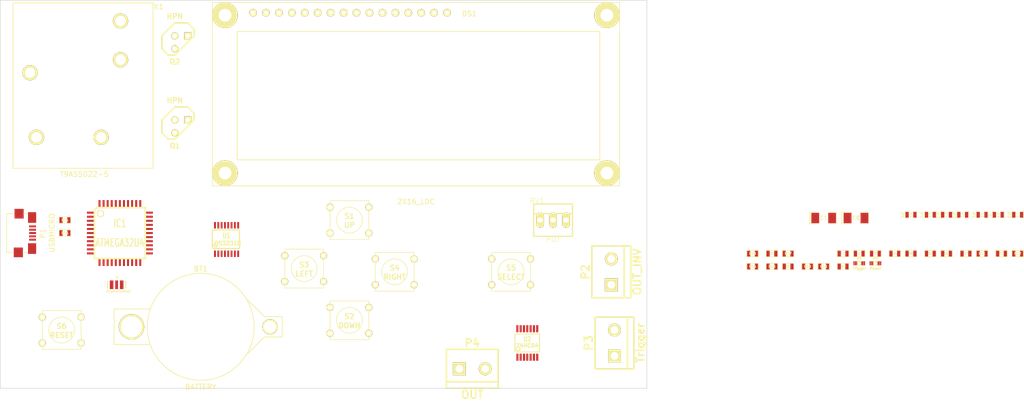
<source format=kicad_pcb>
(kicad_pcb (version 3) (host pcbnew "(2013-05-16 BZR 4016)-stable")

  (general
    (links 145)
    (no_connects 145)
    (area 25.349999 25.349999 152.450001 101.650001)
    (thickness 1.6)
    (drawings 4)
    (tracks 0)
    (zones 0)
    (modules 53)
    (nets 49)
  )

  (page A3)
  (layers
    (15 F.Cu signal)
    (0 B.Cu signal)
    (16 B.Adhes user)
    (17 F.Adhes user)
    (18 B.Paste user)
    (19 F.Paste user)
    (20 B.SilkS user)
    (21 F.SilkS user)
    (22 B.Mask user)
    (23 F.Mask user)
    (24 Dwgs.User user)
    (25 Cmts.User user)
    (26 Eco1.User user)
    (27 Eco2.User user)
    (28 Edge.Cuts user)
  )

  (setup
    (last_trace_width 0.254)
    (trace_clearance 0.254)
    (zone_clearance 0.508)
    (zone_45_only no)
    (trace_min 0.254)
    (segment_width 0.2)
    (edge_width 0.1)
    (via_size 0.889)
    (via_drill 0.635)
    (via_min_size 0.889)
    (via_min_drill 0.508)
    (uvia_size 0.508)
    (uvia_drill 0.127)
    (uvias_allowed no)
    (uvia_min_size 0.508)
    (uvia_min_drill 0.127)
    (pcb_text_width 0.3)
    (pcb_text_size 1.5 1.5)
    (mod_edge_width 0.15)
    (mod_text_size 1 1)
    (mod_text_width 0.15)
    (pad_size 3 3)
    (pad_drill 2.4)
    (pad_to_mask_clearance 0)
    (aux_axis_origin 0 0)
    (visible_elements 7FFFFBFF)
    (pcbplotparams
      (layerselection 3178497)
      (usegerberextensions true)
      (excludeedgelayer true)
      (linewidth 0.150000)
      (plotframeref false)
      (viasonmask false)
      (mode 1)
      (useauxorigin false)
      (hpglpennumber 1)
      (hpglpenspeed 20)
      (hpglpendiameter 15)
      (hpglpenoverlay 2)
      (psnegative false)
      (psa4output false)
      (plotreference true)
      (plotvalue true)
      (plotothertext true)
      (plotinvisibletext false)
      (padsonsilk false)
      (subtractmaskfromsilk false)
      (outputformat 1)
      (mirror false)
      (drillshape 1)
      (scaleselection 1)
      (outputdirectory ""))
  )

  (net 0 "")
  (net 1 +5V)
  (net 2 BACK)
  (net 3 DB4)
  (net 4 DB5)
  (net 5 DB6)
  (net 6 DB7)
  (net 7 Down)
  (net 8 E)
  (net 9 GND)
  (net 10 Left)
  (net 11 N-000001)
  (net 12 N-000003)
  (net 13 N-000004)
  (net 14 N-000005)
  (net 15 N-000009)
  (net 16 N-000010)
  (net 17 N-000016)
  (net 18 N-000018)
  (net 19 N-000019)
  (net 20 N-000020)
  (net 21 N-000021)
  (net 22 N-000024)
  (net 23 N-000025)
  (net 24 N-000026)
  (net 25 N-000027)
  (net 26 N-000028)
  (net 27 N-000029)
  (net 28 N-000030)
  (net 29 N-000038)
  (net 30 N-000040)
  (net 31 N-000044)
  (net 32 N-000049)
  (net 33 N-000050)
  (net 34 N-000051)
  (net 35 N-000052)
  (net 36 N-000054)
  (net 37 N-000055)
  (net 38 N-000056)
  (net 39 RELAY)
  (net 40 RS)
  (net 41 RW)
  (net 42 Right)
  (net 43 SCL)
  (net 44 SDA)
  (net 45 Select)
  (net 46 UP)
  (net 47 UVCC)
  (net 48 reset)

  (net_class Default "This is the default net class."
    (clearance 0.254)
    (trace_width 0.254)
    (via_dia 0.889)
    (via_drill 0.635)
    (uvia_dia 0.508)
    (uvia_drill 0.127)
    (add_net "")
    (add_net +5V)
    (add_net BACK)
    (add_net DB4)
    (add_net DB5)
    (add_net DB6)
    (add_net DB7)
    (add_net Down)
    (add_net E)
    (add_net GND)
    (add_net Left)
    (add_net N-000001)
    (add_net N-000003)
    (add_net N-000004)
    (add_net N-000005)
    (add_net N-000009)
    (add_net N-000010)
    (add_net N-000016)
    (add_net N-000018)
    (add_net N-000019)
    (add_net N-000020)
    (add_net N-000021)
    (add_net N-000024)
    (add_net N-000025)
    (add_net N-000026)
    (add_net N-000027)
    (add_net N-000028)
    (add_net N-000029)
    (add_net N-000030)
    (add_net N-000038)
    (add_net N-000040)
    (add_net N-000044)
    (add_net N-000049)
    (add_net N-000050)
    (add_net N-000051)
    (add_net N-000052)
    (add_net N-000054)
    (add_net N-000055)
    (add_net N-000056)
    (add_net RELAY)
    (add_net RS)
    (add_net RW)
    (add_net Right)
    (add_net SCL)
    (add_net SDA)
    (add_net Select)
    (add_net UP)
    (add_net UVCC)
    (add_net reset)
  )

  (module TSSOP16 (layer F.Cu) (tedit 4E43E09E) (tstamp 51D51159)
    (at 69.85 72.39)
    (path /51C67CD3)
    (attr smd)
    (fp_text reference U1 (at 0 -0.7493) (layer F.SilkS)
      (effects (font (size 1.016 0.762) (thickness 0.1905)))
    )
    (fp_text value DS3231N (at 0.24892 0.7493) (layer F.SilkS)
      (effects (font (size 0.762 0.762) (thickness 0.1905)))
    )
    (fp_line (start -2.794 -1.905) (end 2.54 -1.905) (layer F.SilkS) (width 0.254))
    (fp_line (start 2.54 -1.905) (end 2.54 1.778) (layer F.SilkS) (width 0.254))
    (fp_line (start 2.54 1.778) (end -2.794 1.778) (layer F.SilkS) (width 0.254))
    (fp_line (start -2.794 1.778) (end -2.794 -1.905) (layer F.SilkS) (width 0.254))
    (fp_circle (center -2.20218 1.15824) (end -2.40538 1.41224) (layer F.SilkS) (width 0.254))
    (pad 1 smd rect (at -2.27584 2.79908) (size 0.381 1.27)
      (layers F.Cu F.Paste F.Mask)
    )
    (pad 2 smd rect (at -1.6256 2.79908) (size 0.381 1.27)
      (layers F.Cu F.Paste F.Mask)
      (net 1 +5V)
    )
    (pad 3 smd rect (at -0.97536 2.79908) (size 0.381 1.27)
      (layers F.Cu F.Paste F.Mask)
      (net 22 N-000024)
    )
    (pad 4 smd rect (at -0.32512 2.79908) (size 0.381 1.27)
      (layers F.Cu F.Paste F.Mask)
      (net 23 N-000025)
    )
    (pad 5 smd rect (at 0.32512 2.79908) (size 0.381 1.27)
      (layers F.Cu F.Paste F.Mask)
      (net 37 N-000055)
    )
    (pad 6 smd rect (at 0.97536 2.79908) (size 0.381 1.27)
      (layers F.Cu F.Paste F.Mask)
      (net 37 N-000055)
    )
    (pad 7 smd rect (at 1.6256 2.79908) (size 0.381 1.27)
      (layers F.Cu F.Paste F.Mask)
      (net 37 N-000055)
    )
    (pad 8 smd rect (at 2.27584 2.79908) (size 0.381 1.27)
      (layers F.Cu F.Paste F.Mask)
      (net 37 N-000055)
    )
    (pad 9 smd rect (at 2.27584 -2.79908) (size 0.381 1.27)
      (layers F.Cu F.Paste F.Mask)
      (net 37 N-000055)
    )
    (pad 10 smd rect (at 1.6256 -2.79908) (size 0.381 1.27)
      (layers F.Cu F.Paste F.Mask)
      (net 37 N-000055)
    )
    (pad 11 smd rect (at 0.97536 -2.79908) (size 0.381 1.27)
      (layers F.Cu F.Paste F.Mask)
      (net 37 N-000055)
    )
    (pad 12 smd rect (at 0.32512 -2.79908) (size 0.381 1.27)
      (layers F.Cu F.Paste F.Mask)
      (net 37 N-000055)
    )
    (pad 13 smd rect (at -0.32512 -2.79908) (size 0.381 1.27)
      (layers F.Cu F.Paste F.Mask)
      (net 9 GND)
    )
    (pad 14 smd rect (at -0.97536 -2.79908) (size 0.381 1.27)
      (layers F.Cu F.Paste F.Mask)
      (net 31 N-000044)
    )
    (pad 15 smd rect (at -1.6256 -2.79908) (size 0.381 1.27)
      (layers F.Cu F.Paste F.Mask)
      (net 44 SDA)
    )
    (pad 16 smd rect (at -2.27584 -2.79908) (size 0.381 1.27)
      (layers F.Cu F.Paste F.Mask)
      (net 43 SCL)
    )
    (model smd\smd_dil\tssop-16.wrl
      (at (xyz 0 0 0))
      (scale (xyz 1 1 1))
      (rotate (xyz 0 0 0))
    )
  )

  (module TQFP44 (layer F.Cu) (tedit 200000) (tstamp 51D5118F)
    (at 48.895 71.12)
    (path /51C523F1)
    (attr smd)
    (fp_text reference IC1 (at 0 -1.905) (layer F.SilkS)
      (effects (font (size 1.524 1.016) (thickness 0.2032)))
    )
    (fp_text value ATMEGA32U4 (at 0 1.905) (layer F.SilkS)
      (effects (font (size 1.524 1.016) (thickness 0.2032)))
    )
    (fp_line (start 5.0038 -5.0038) (end 5.0038 5.0038) (layer F.SilkS) (width 0.3048))
    (fp_line (start 5.0038 5.0038) (end -5.0038 5.0038) (layer F.SilkS) (width 0.3048))
    (fp_line (start -5.0038 -4.5212) (end -5.0038 5.0038) (layer F.SilkS) (width 0.3048))
    (fp_line (start -4.5212 -5.0038) (end 5.0038 -5.0038) (layer F.SilkS) (width 0.3048))
    (fp_line (start -5.0038 -4.5212) (end -4.5212 -5.0038) (layer F.SilkS) (width 0.3048))
    (fp_circle (center -3.81 -3.81) (end -3.81 -3.175) (layer F.SilkS) (width 0.2032))
    (pad 39 smd rect (at 0 -5.715) (size 0.4064 1.524)
      (layers F.Cu F.Paste F.Mask)
      (net 39 RELAY)
    )
    (pad 40 smd rect (at -0.8001 -5.715) (size 0.4064 1.524)
      (layers F.Cu F.Paste F.Mask)
      (net 2 BACK)
    )
    (pad 41 smd rect (at -1.6002 -5.715) (size 0.4064 1.524)
      (layers F.Cu F.Paste F.Mask)
      (net 33 N-000050)
    )
    (pad 42 smd rect (at -2.4003 -5.715) (size 0.4064 1.524)
      (layers F.Cu F.Paste F.Mask)
      (net 1 +5V)
    )
    (pad 43 smd rect (at -3.2004 -5.715) (size 0.4064 1.524)
      (layers F.Cu F.Paste F.Mask)
      (net 9 GND)
    )
    (pad 44 smd rect (at -4.0005 -5.715) (size 0.4064 1.524)
      (layers F.Cu F.Paste F.Mask)
      (net 1 +5V)
    )
    (pad 38 smd rect (at 0.8001 -5.715) (size 0.4064 1.524)
      (layers F.Cu F.Paste F.Mask)
      (net 8 E)
    )
    (pad 37 smd rect (at 1.6002 -5.715) (size 0.4064 1.524)
      (layers F.Cu F.Paste F.Mask)
      (net 41 RW)
    )
    (pad 36 smd rect (at 2.4003 -5.715) (size 0.4064 1.524)
      (layers F.Cu F.Paste F.Mask)
      (net 40 RS)
    )
    (pad 35 smd rect (at 3.2004 -5.715) (size 0.4064 1.524)
      (layers F.Cu F.Paste F.Mask)
      (net 9 GND)
    )
    (pad 34 smd rect (at 4.0005 -5.715) (size 0.4064 1.524)
      (layers F.Cu F.Paste F.Mask)
      (net 1 +5V)
    )
    (pad 17 smd rect (at 0 5.715) (size 0.4064 1.524)
      (layers F.Cu F.Paste F.Mask)
      (net 18 N-000018)
    )
    (pad 16 smd rect (at -0.8001 5.715) (size 0.4064 1.524)
      (layers F.Cu F.Paste F.Mask)
      (net 19 N-000019)
    )
    (pad 15 smd rect (at -1.6002 5.715) (size 0.4064 1.524)
      (layers F.Cu F.Paste F.Mask)
      (net 9 GND)
    )
    (pad 14 smd rect (at -2.4003 5.715) (size 0.4064 1.524)
      (layers F.Cu F.Paste F.Mask)
      (net 1 +5V)
    )
    (pad 13 smd rect (at -3.2004 5.715) (size 0.4064 1.524)
      (layers F.Cu F.Paste F.Mask)
      (net 48 reset)
    )
    (pad 12 smd rect (at -4.0005 5.715) (size 0.4064 1.524)
      (layers F.Cu F.Paste F.Mask)
      (net 46 UP)
    )
    (pad 18 smd rect (at 0.8001 5.715) (size 0.4064 1.524)
      (layers F.Cu F.Paste F.Mask)
      (net 43 SCL)
    )
    (pad 19 smd rect (at 1.6002 5.715) (size 0.4064 1.524)
      (layers F.Cu F.Paste F.Mask)
      (net 44 SDA)
    )
    (pad 20 smd rect (at 2.4003 5.715) (size 0.4064 1.524)
      (layers F.Cu F.Paste F.Mask)
      (net 34 N-000051)
    )
    (pad 21 smd rect (at 3.2004 5.715) (size 0.4064 1.524)
      (layers F.Cu F.Paste F.Mask)
    )
    (pad 22 smd rect (at 4.0005 5.715) (size 0.4064 1.524)
      (layers F.Cu F.Paste F.Mask)
      (net 4 DB5)
    )
    (pad 6 smd rect (at -5.715 0) (size 1.524 0.4064)
      (layers F.Cu F.Paste F.Mask)
      (net 15 N-000009)
    )
    (pad 28 smd rect (at 5.715 0) (size 1.524 0.4064)
      (layers F.Cu F.Paste F.Mask)
      (net 42 Right)
    )
    (pad 7 smd rect (at -5.715 0.8001) (size 1.524 0.4064)
      (layers F.Cu F.Paste F.Mask)
      (net 47 UVCC)
    )
    (pad 27 smd rect (at 5.715 0.8001) (size 1.524 0.4064)
      (layers F.Cu F.Paste F.Mask)
      (net 6 DB7)
    )
    (pad 26 smd rect (at 5.715 1.6002) (size 1.524 0.4064)
      (layers F.Cu F.Paste F.Mask)
      (net 5 DB6)
    )
    (pad 8 smd rect (at -5.715 1.6002) (size 1.524 0.4064)
      (layers F.Cu F.Paste F.Mask)
    )
    (pad 9 smd rect (at -5.715 2.4003) (size 1.524 0.4064)
      (layers F.Cu F.Paste F.Mask)
      (net 21 N-000021)
    )
    (pad 25 smd rect (at 5.715 2.4003) (size 1.524 0.4064)
      (layers F.Cu F.Paste F.Mask)
      (net 3 DB4)
    )
    (pad 24 smd rect (at 5.715 3.2004) (size 1.524 0.4064)
      (layers F.Cu F.Paste F.Mask)
      (net 1 +5V)
    )
    (pad 10 smd rect (at -5.715 3.2004) (size 1.524 0.4064)
      (layers F.Cu F.Paste F.Mask)
      (net 24 N-000026)
    )
    (pad 11 smd rect (at -5.715 4.0005) (size 1.524 0.4064)
      (layers F.Cu F.Paste F.Mask)
      (net 20 N-000020)
    )
    (pad 23 smd rect (at 5.715 4.0005) (size 1.524 0.4064)
      (layers F.Cu F.Paste F.Mask)
      (net 9 GND)
    )
    (pad 29 smd rect (at 5.715 -0.8001) (size 1.524 0.4064)
      (layers F.Cu F.Paste F.Mask)
      (net 10 Left)
    )
    (pad 5 smd rect (at -5.715 -0.8001) (size 1.524 0.4064)
      (layers F.Cu F.Paste F.Mask)
      (net 9 GND)
    )
    (pad 4 smd rect (at -5.715 -1.6002) (size 1.524 0.4064)
      (layers F.Cu F.Paste F.Mask)
      (net 11 N-000001)
    )
    (pad 30 smd rect (at 5.715 -1.6002) (size 1.524 0.4064)
      (layers F.Cu F.Paste F.Mask)
      (net 7 Down)
    )
    (pad 31 smd rect (at 5.715 -2.4003) (size 1.524 0.4064)
      (layers F.Cu F.Paste F.Mask)
    )
    (pad 3 smd rect (at -5.715 -2.4003) (size 1.524 0.4064)
      (layers F.Cu F.Paste F.Mask)
      (net 14 N-000005)
    )
    (pad 2 smd rect (at -5.715 -3.2004) (size 1.524 0.4064)
      (layers F.Cu F.Paste F.Mask)
      (net 47 UVCC)
    )
    (pad 32 smd rect (at 5.715 -3.2004) (size 1.524 0.4064)
      (layers F.Cu F.Paste F.Mask)
      (net 45 Select)
    )
    (pad 33 smd rect (at 5.715 -4.0005) (size 1.524 0.4064)
      (layers F.Cu F.Paste F.Mask)
    )
    (pad 1 smd rect (at -5.715 -4.0005) (size 1.524 0.4064)
      (layers F.Cu F.Paste F.Mask)
    )
  )

  (module TO92 (layer F.Cu) (tedit 443CFFD1) (tstamp 51D5119E)
    (at 60.96 33.655)
    (descr "Transistor TO92 brochage type BC237")
    (tags "TR TO92")
    (path /51D3B9F5)
    (fp_text reference Q2 (at -1.27 3.81) (layer F.SilkS)
      (effects (font (size 1.016 1.016) (thickness 0.2032)))
    )
    (fp_text value NPN (at -1.27 -5.08) (layer F.SilkS)
      (effects (font (size 1.016 1.016) (thickness 0.2032)))
    )
    (fp_line (start -1.27 2.54) (end 2.54 -1.27) (layer F.SilkS) (width 0.3048))
    (fp_line (start 2.54 -1.27) (end 2.54 -2.54) (layer F.SilkS) (width 0.3048))
    (fp_line (start 2.54 -2.54) (end 1.27 -3.81) (layer F.SilkS) (width 0.3048))
    (fp_line (start 1.27 -3.81) (end -1.27 -3.81) (layer F.SilkS) (width 0.3048))
    (fp_line (start -1.27 -3.81) (end -3.81 -1.27) (layer F.SilkS) (width 0.3048))
    (fp_line (start -3.81 -1.27) (end -3.81 1.27) (layer F.SilkS) (width 0.3048))
    (fp_line (start -3.81 1.27) (end -2.54 2.54) (layer F.SilkS) (width 0.3048))
    (fp_line (start -2.54 2.54) (end -1.27 2.54) (layer F.SilkS) (width 0.3048))
    (pad 1 thru_hole rect (at 1.27 -1.27) (size 1.397 1.397) (drill 0.8128)
      (layers *.Cu *.Mask F.SilkS)
      (net 9 GND)
    )
    (pad 2 thru_hole circle (at -1.27 -1.27) (size 1.397 1.397) (drill 0.8128)
      (layers *.Cu *.Mask F.SilkS)
      (net 35 N-000052)
    )
    (pad 3 thru_hole circle (at -1.27 1.27) (size 1.397 1.397) (drill 0.8128)
      (layers *.Cu *.Mask F.SilkS)
      (net 32 N-000049)
    )
    (model discret/to98.wrl
      (at (xyz 0 0 0))
      (scale (xyz 1 1 1))
      (rotate (xyz 0 0 0))
    )
  )

  (module TO92 (layer F.Cu) (tedit 443CFFD1) (tstamp 51D511AD)
    (at 60.96 50.165)
    (descr "Transistor TO92 brochage type BC237")
    (tags "TR TO92")
    (path /51CFD058)
    (fp_text reference Q1 (at -1.27 3.81) (layer F.SilkS)
      (effects (font (size 1.016 1.016) (thickness 0.2032)))
    )
    (fp_text value NPN (at -1.27 -5.08) (layer F.SilkS)
      (effects (font (size 1.016 1.016) (thickness 0.2032)))
    )
    (fp_line (start -1.27 2.54) (end 2.54 -1.27) (layer F.SilkS) (width 0.3048))
    (fp_line (start 2.54 -1.27) (end 2.54 -2.54) (layer F.SilkS) (width 0.3048))
    (fp_line (start 2.54 -2.54) (end 1.27 -3.81) (layer F.SilkS) (width 0.3048))
    (fp_line (start 1.27 -3.81) (end -1.27 -3.81) (layer F.SilkS) (width 0.3048))
    (fp_line (start -1.27 -3.81) (end -3.81 -1.27) (layer F.SilkS) (width 0.3048))
    (fp_line (start -3.81 -1.27) (end -3.81 1.27) (layer F.SilkS) (width 0.3048))
    (fp_line (start -3.81 1.27) (end -2.54 2.54) (layer F.SilkS) (width 0.3048))
    (fp_line (start -2.54 2.54) (end -1.27 2.54) (layer F.SilkS) (width 0.3048))
    (pad 1 thru_hole rect (at 1.27 -1.27) (size 1.397 1.397) (drill 0.8128)
      (layers *.Cu *.Mask F.SilkS)
      (net 9 GND)
    )
    (pad 2 thru_hole circle (at -1.27 -1.27) (size 1.397 1.397) (drill 0.8128)
      (layers *.Cu *.Mask F.SilkS)
      (net 16 N-000010)
    )
    (pad 3 thru_hole circle (at -1.27 1.27) (size 1.397 1.397) (drill 0.8128)
      (layers *.Cu *.Mask F.SilkS)
      (net 17 N-000016)
    )
    (model discret/to98.wrl
      (at (xyz 0 0 0))
      (scale (xyz 1 1 1))
      (rotate (xyz 0 0 0))
    )
  )

  (module SW_PUSH_SMALL (layer F.Cu) (tedit 46544DB3) (tstamp 51D511E4)
    (at 37.465 90.17)
    (path /51D3AA4B)
    (fp_text reference S6 (at 0 -0.762) (layer F.SilkS)
      (effects (font (size 1.016 1.016) (thickness 0.2032)))
    )
    (fp_text value RESET (at 0 1.016) (layer F.SilkS)
      (effects (font (size 1.016 1.016) (thickness 0.2032)))
    )
    (fp_circle (center 0 0) (end 0 -2.54) (layer F.SilkS) (width 0.127))
    (fp_line (start -3.81 -3.81) (end 3.81 -3.81) (layer F.SilkS) (width 0.127))
    (fp_line (start 3.81 -3.81) (end 3.81 3.81) (layer F.SilkS) (width 0.127))
    (fp_line (start 3.81 3.81) (end -3.81 3.81) (layer F.SilkS) (width 0.127))
    (fp_line (start -3.81 -3.81) (end -3.81 3.81) (layer F.SilkS) (width 0.127))
    (pad 1 thru_hole circle (at 3.81 -2.54) (size 1.397 1.397) (drill 0.8128)
      (layers *.Cu *.Mask F.SilkS)
      (net 9 GND)
    )
    (pad 2 thru_hole circle (at 3.81 2.54) (size 1.397 1.397) (drill 0.8128)
      (layers *.Cu *.Mask F.SilkS)
      (net 9 GND)
    )
    (pad 1 thru_hole circle (at -3.81 -2.54) (size 1.397 1.397) (drill 0.8128)
      (layers *.Cu *.Mask F.SilkS)
      (net 9 GND)
    )
    (pad 2 thru_hole circle (at -3.81 2.54) (size 1.397 1.397) (drill 0.8128)
      (layers *.Cu *.Mask F.SilkS)
      (net 9 GND)
    )
  )

  (module SW_PUSH_SMALL (layer F.Cu) (tedit 46544DB3) (tstamp 51D511F1)
    (at 93.98 68.58)
    (path /51D3A23A)
    (fp_text reference S1 (at 0 -0.762) (layer F.SilkS)
      (effects (font (size 1.016 1.016) (thickness 0.2032)))
    )
    (fp_text value UP (at 0 1.016) (layer F.SilkS)
      (effects (font (size 1.016 1.016) (thickness 0.2032)))
    )
    (fp_circle (center 0 0) (end 0 -2.54) (layer F.SilkS) (width 0.127))
    (fp_line (start -3.81 -3.81) (end 3.81 -3.81) (layer F.SilkS) (width 0.127))
    (fp_line (start 3.81 -3.81) (end 3.81 3.81) (layer F.SilkS) (width 0.127))
    (fp_line (start 3.81 3.81) (end -3.81 3.81) (layer F.SilkS) (width 0.127))
    (fp_line (start -3.81 -3.81) (end -3.81 3.81) (layer F.SilkS) (width 0.127))
    (pad 1 thru_hole circle (at 3.81 -2.54) (size 1.397 1.397) (drill 0.8128)
      (layers *.Cu *.Mask F.SilkS)
      (net 46 UP)
    )
    (pad 2 thru_hole circle (at 3.81 2.54) (size 1.397 1.397) (drill 0.8128)
      (layers *.Cu *.Mask F.SilkS)
      (net 46 UP)
    )
    (pad 1 thru_hole circle (at -3.81 -2.54) (size 1.397 1.397) (drill 0.8128)
      (layers *.Cu *.Mask F.SilkS)
      (net 46 UP)
    )
    (pad 2 thru_hole circle (at -3.81 2.54) (size 1.397 1.397) (drill 0.8128)
      (layers *.Cu *.Mask F.SilkS)
      (net 46 UP)
    )
  )

  (module SW_PUSH_SMALL (layer F.Cu) (tedit 46544DB3) (tstamp 51D511FE)
    (at 93.98 88.265)
    (path /51D3A247)
    (fp_text reference S2 (at 0 -0.762) (layer F.SilkS)
      (effects (font (size 1.016 1.016) (thickness 0.2032)))
    )
    (fp_text value DOWN (at 0 1.016) (layer F.SilkS)
      (effects (font (size 1.016 1.016) (thickness 0.2032)))
    )
    (fp_circle (center 0 0) (end 0 -2.54) (layer F.SilkS) (width 0.127))
    (fp_line (start -3.81 -3.81) (end 3.81 -3.81) (layer F.SilkS) (width 0.127))
    (fp_line (start 3.81 -3.81) (end 3.81 3.81) (layer F.SilkS) (width 0.127))
    (fp_line (start 3.81 3.81) (end -3.81 3.81) (layer F.SilkS) (width 0.127))
    (fp_line (start -3.81 -3.81) (end -3.81 3.81) (layer F.SilkS) (width 0.127))
    (pad 1 thru_hole circle (at 3.81 -2.54) (size 1.397 1.397) (drill 0.8128)
      (layers *.Cu *.Mask F.SilkS)
      (net 7 Down)
    )
    (pad 2 thru_hole circle (at 3.81 2.54) (size 1.397 1.397) (drill 0.8128)
      (layers *.Cu *.Mask F.SilkS)
      (net 7 Down)
    )
    (pad 1 thru_hole circle (at -3.81 -2.54) (size 1.397 1.397) (drill 0.8128)
      (layers *.Cu *.Mask F.SilkS)
      (net 7 Down)
    )
    (pad 2 thru_hole circle (at -3.81 2.54) (size 1.397 1.397) (drill 0.8128)
      (layers *.Cu *.Mask F.SilkS)
      (net 7 Down)
    )
  )

  (module SW_PUSH_SMALL (layer F.Cu) (tedit 46544DB3) (tstamp 51D5120B)
    (at 125.73 78.74)
    (path /51D3A259)
    (fp_text reference S5 (at 0 -0.762) (layer F.SilkS)
      (effects (font (size 1.016 1.016) (thickness 0.2032)))
    )
    (fp_text value SELECT (at 0 1.016) (layer F.SilkS)
      (effects (font (size 1.016 1.016) (thickness 0.2032)))
    )
    (fp_circle (center 0 0) (end 0 -2.54) (layer F.SilkS) (width 0.127))
    (fp_line (start -3.81 -3.81) (end 3.81 -3.81) (layer F.SilkS) (width 0.127))
    (fp_line (start 3.81 -3.81) (end 3.81 3.81) (layer F.SilkS) (width 0.127))
    (fp_line (start 3.81 3.81) (end -3.81 3.81) (layer F.SilkS) (width 0.127))
    (fp_line (start -3.81 -3.81) (end -3.81 3.81) (layer F.SilkS) (width 0.127))
    (pad 1 thru_hole circle (at 3.81 -2.54) (size 1.397 1.397) (drill 0.8128)
      (layers *.Cu *.Mask F.SilkS)
      (net 45 Select)
    )
    (pad 2 thru_hole circle (at 3.81 2.54) (size 1.397 1.397) (drill 0.8128)
      (layers *.Cu *.Mask F.SilkS)
      (net 45 Select)
    )
    (pad 1 thru_hole circle (at -3.81 -2.54) (size 1.397 1.397) (drill 0.8128)
      (layers *.Cu *.Mask F.SilkS)
      (net 45 Select)
    )
    (pad 2 thru_hole circle (at -3.81 2.54) (size 1.397 1.397) (drill 0.8128)
      (layers *.Cu *.Mask F.SilkS)
      (net 45 Select)
    )
  )

  (module SW_PUSH_SMALL (layer F.Cu) (tedit 46544DB3) (tstamp 51D51218)
    (at 102.87 78.74)
    (path /51D3A253)
    (fp_text reference S4 (at 0 -0.762) (layer F.SilkS)
      (effects (font (size 1.016 1.016) (thickness 0.2032)))
    )
    (fp_text value RIGHT (at 0 1.016) (layer F.SilkS)
      (effects (font (size 1.016 1.016) (thickness 0.2032)))
    )
    (fp_circle (center 0 0) (end 0 -2.54) (layer F.SilkS) (width 0.127))
    (fp_line (start -3.81 -3.81) (end 3.81 -3.81) (layer F.SilkS) (width 0.127))
    (fp_line (start 3.81 -3.81) (end 3.81 3.81) (layer F.SilkS) (width 0.127))
    (fp_line (start 3.81 3.81) (end -3.81 3.81) (layer F.SilkS) (width 0.127))
    (fp_line (start -3.81 -3.81) (end -3.81 3.81) (layer F.SilkS) (width 0.127))
    (pad 1 thru_hole circle (at 3.81 -2.54) (size 1.397 1.397) (drill 0.8128)
      (layers *.Cu *.Mask F.SilkS)
      (net 42 Right)
    )
    (pad 2 thru_hole circle (at 3.81 2.54) (size 1.397 1.397) (drill 0.8128)
      (layers *.Cu *.Mask F.SilkS)
      (net 42 Right)
    )
    (pad 1 thru_hole circle (at -3.81 -2.54) (size 1.397 1.397) (drill 0.8128)
      (layers *.Cu *.Mask F.SilkS)
      (net 42 Right)
    )
    (pad 2 thru_hole circle (at -3.81 2.54) (size 1.397 1.397) (drill 0.8128)
      (layers *.Cu *.Mask F.SilkS)
      (net 42 Right)
    )
  )

  (module SW_PUSH_SMALL (layer F.Cu) (tedit 46544DB3) (tstamp 51D51225)
    (at 85.09 78.105)
    (path /51D3A24D)
    (fp_text reference S3 (at 0 -0.762) (layer F.SilkS)
      (effects (font (size 1.016 1.016) (thickness 0.2032)))
    )
    (fp_text value LEFT (at 0 1.016) (layer F.SilkS)
      (effects (font (size 1.016 1.016) (thickness 0.2032)))
    )
    (fp_circle (center 0 0) (end 0 -2.54) (layer F.SilkS) (width 0.127))
    (fp_line (start -3.81 -3.81) (end 3.81 -3.81) (layer F.SilkS) (width 0.127))
    (fp_line (start 3.81 -3.81) (end 3.81 3.81) (layer F.SilkS) (width 0.127))
    (fp_line (start 3.81 3.81) (end -3.81 3.81) (layer F.SilkS) (width 0.127))
    (fp_line (start -3.81 -3.81) (end -3.81 3.81) (layer F.SilkS) (width 0.127))
    (pad 1 thru_hole circle (at 3.81 -2.54) (size 1.397 1.397) (drill 0.8128)
      (layers *.Cu *.Mask F.SilkS)
      (net 10 Left)
    )
    (pad 2 thru_hole circle (at 3.81 2.54) (size 1.397 1.397) (drill 0.8128)
      (layers *.Cu *.Mask F.SilkS)
      (net 10 Left)
    )
    (pad 1 thru_hole circle (at -3.81 -2.54) (size 1.397 1.397) (drill 0.8128)
      (layers *.Cu *.Mask F.SilkS)
      (net 10 Left)
    )
    (pad 2 thru_hole circle (at -3.81 2.54) (size 1.397 1.397) (drill 0.8128)
      (layers *.Cu *.Mask F.SilkS)
      (net 10 Left)
    )
  )

  (module SSOP14 (layer F.Cu) (tedit 4E43F0D7) (tstamp 51D5123C)
    (at 128.905 92.71)
    (path /51D50776)
    (attr smd)
    (fp_text reference U2 (at 0 -0.762) (layer F.SilkS)
      (effects (font (size 0.889 0.762) (thickness 0.1905)))
    )
    (fp_text value 74HC04 (at 0 0.508) (layer F.SilkS)
      (effects (font (size 0.762 0.762) (thickness 0.1905)))
    )
    (fp_line (start -2.413 -1.778) (end 2.413 -1.778) (layer F.SilkS) (width 0.2032))
    (fp_line (start 2.413 -1.778) (end 2.413 1.778) (layer F.SilkS) (width 0.2032))
    (fp_line (start 2.413 1.778) (end -2.413 1.778) (layer F.SilkS) (width 0.2032))
    (fp_line (start -2.413 1.778) (end -2.413 -1.778) (layer F.SilkS) (width 0.2032))
    (fp_circle (center -1.778 1.143) (end -2.159 1.143) (layer F.SilkS) (width 0.2032))
    (pad 1 smd rect (at -1.9304 2.794) (size 0.4318 1.397)
      (layers F.Cu F.Paste F.Mask)
      (net 26 N-000028)
    )
    (pad 2 smd rect (at -1.2954 2.794) (size 0.4318 1.397)
      (layers F.Cu F.Paste F.Mask)
      (net 34 N-000051)
    )
    (pad 3 smd rect (at -0.635 2.794) (size 0.4318 1.397)
      (layers F.Cu F.Paste F.Mask)
      (net 38 N-000056)
    )
    (pad 4 smd rect (at 0 2.794) (size 0.4318 1.397)
      (layers F.Cu F.Paste F.Mask)
      (net 26 N-000028)
    )
    (pad 5 smd rect (at 0.6604 2.794) (size 0.4318 1.397)
      (layers F.Cu F.Paste F.Mask)
      (net 33 N-000050)
    )
    (pad 6 smd rect (at 1.3081 2.794) (size 0.4318 1.397)
      (layers F.Cu F.Paste F.Mask)
      (net 28 N-000030)
    )
    (pad 7 smd rect (at 1.9558 2.794) (size 0.4318 1.397)
      (layers F.Cu F.Paste F.Mask)
      (net 9 GND)
    )
    (pad 8 smd rect (at 1.9558 -2.794) (size 0.4318 1.397)
      (layers F.Cu F.Paste F.Mask)
      (net 25 N-000027)
    )
    (pad 9 smd rect (at 1.3081 -2.794) (size 0.4318 1.397)
      (layers F.Cu F.Paste F.Mask)
      (net 28 N-000030)
    )
    (pad 10 smd rect (at 0.6604 -2.794) (size 0.4318 1.397)
      (layers F.Cu F.Paste F.Mask)
    )
    (pad 11 smd rect (at 0 -2.794) (size 0.4318 1.397)
      (layers F.Cu F.Paste F.Mask)
    )
    (pad 12 smd rect (at -0.6477 -2.794) (size 0.4318 1.397)
      (layers F.Cu F.Paste F.Mask)
    )
    (pad 13 smd rect (at -1.2954 -2.794) (size 0.4318 1.397)
      (layers F.Cu F.Paste F.Mask)
    )
    (pad 14 smd rect (at -1.9431 -2.794) (size 0.4318 1.397)
      (layers F.Cu F.Paste F.Mask)
      (net 1 +5V)
    )
    (model smd/cms_so14.wrl
      (at (xyz 0 0 0))
      (scale (xyz 0.25 0.35 0.25))
      (rotate (xyz 0 0 0))
    )
  )

  (module SM1206POL (layer F.Cu) (tedit 42806E4C) (tstamp 51D5124B)
    (at 187.125 68.17)
    (path /51D51E44)
    (attr smd)
    (fp_text reference C1 (at 0 0) (layer F.SilkS)
      (effects (font (size 0.762 0.762) (thickness 0.127)))
    )
    (fp_text value CP1 (at 0 0) (layer F.SilkS) hide
      (effects (font (size 0.762 0.762) (thickness 0.127)))
    )
    (fp_line (start -2.54 -1.143) (end -2.794 -1.143) (layer F.SilkS) (width 0.127))
    (fp_line (start -2.794 -1.143) (end -2.794 1.143) (layer F.SilkS) (width 0.127))
    (fp_line (start -2.794 1.143) (end -2.54 1.143) (layer F.SilkS) (width 0.127))
    (fp_line (start -2.54 -1.143) (end -2.54 1.143) (layer F.SilkS) (width 0.127))
    (fp_line (start -2.54 1.143) (end -0.889 1.143) (layer F.SilkS) (width 0.127))
    (fp_line (start 0.889 -1.143) (end 2.54 -1.143) (layer F.SilkS) (width 0.127))
    (fp_line (start 2.54 -1.143) (end 2.54 1.143) (layer F.SilkS) (width 0.127))
    (fp_line (start 2.54 1.143) (end 0.889 1.143) (layer F.SilkS) (width 0.127))
    (fp_line (start -0.889 -1.143) (end -2.54 -1.143) (layer F.SilkS) (width 0.127))
    (pad 1 smd rect (at -1.651 0) (size 1.524 2.032)
      (layers F.Cu F.Paste F.Mask)
      (net 1 +5V)
    )
    (pad 2 smd rect (at 1.651 0) (size 1.524 2.032)
      (layers F.Cu F.Paste F.Mask)
      (net 9 GND)
    )
    (model smd/chip_cms_pol.wrl
      (at (xyz 0 0 0))
      (scale (xyz 0.17 0.16 0.16))
      (rotate (xyz 0 0 0))
    )
  )

  (module SM1206POL (layer F.Cu) (tedit 42806E4C) (tstamp 51D5125A)
    (at 193.475 68.17)
    (path /51CCFD2A)
    (attr smd)
    (fp_text reference C8 (at 0 0) (layer F.SilkS)
      (effects (font (size 0.762 0.762) (thickness 0.127)))
    )
    (fp_text value CP1 (at 0 0) (layer F.SilkS) hide
      (effects (font (size 0.762 0.762) (thickness 0.127)))
    )
    (fp_line (start -2.54 -1.143) (end -2.794 -1.143) (layer F.SilkS) (width 0.127))
    (fp_line (start -2.794 -1.143) (end -2.794 1.143) (layer F.SilkS) (width 0.127))
    (fp_line (start -2.794 1.143) (end -2.54 1.143) (layer F.SilkS) (width 0.127))
    (fp_line (start -2.54 -1.143) (end -2.54 1.143) (layer F.SilkS) (width 0.127))
    (fp_line (start -2.54 1.143) (end -0.889 1.143) (layer F.SilkS) (width 0.127))
    (fp_line (start 0.889 -1.143) (end 2.54 -1.143) (layer F.SilkS) (width 0.127))
    (fp_line (start 2.54 -1.143) (end 2.54 1.143) (layer F.SilkS) (width 0.127))
    (fp_line (start 2.54 1.143) (end 0.889 1.143) (layer F.SilkS) (width 0.127))
    (fp_line (start -0.889 -1.143) (end -2.54 -1.143) (layer F.SilkS) (width 0.127))
    (pad 1 smd rect (at -1.651 0) (size 1.524 2.032)
      (layers F.Cu F.Paste F.Mask)
      (net 1 +5V)
    )
    (pad 2 smd rect (at 1.651 0) (size 1.524 2.032)
      (layers F.Cu F.Paste F.Mask)
      (net 9 GND)
    )
    (model smd/chip_cms_pol.wrl
      (at (xyz 0 0 0))
      (scale (xyz 0.17 0.16 0.16))
      (rotate (xyz 0 0 0))
    )
  )

  (module SM0603_Capa (layer F.Cu) (tedit 5051B1EC) (tstamp 51D51266)
    (at 208.08 67.535)
    (path /51D3A282)
    (attr smd)
    (fp_text reference C2 (at 0 0 90) (layer F.SilkS)
      (effects (font (size 0.508 0.4572) (thickness 0.1143)))
    )
    (fp_text value 1uF (at -1.651 0 90) (layer F.SilkS)
      (effects (font (size 0.508 0.4572) (thickness 0.1143)))
    )
    (fp_line (start 0.50038 0.65024) (end 1.19888 0.65024) (layer F.SilkS) (width 0.11938))
    (fp_line (start -0.50038 0.65024) (end -1.19888 0.65024) (layer F.SilkS) (width 0.11938))
    (fp_line (start 0.50038 -0.65024) (end 1.19888 -0.65024) (layer F.SilkS) (width 0.11938))
    (fp_line (start -1.19888 -0.65024) (end -0.50038 -0.65024) (layer F.SilkS) (width 0.11938))
    (fp_line (start 1.19888 -0.635) (end 1.19888 0.635) (layer F.SilkS) (width 0.11938))
    (fp_line (start -1.19888 0.635) (end -1.19888 -0.635) (layer F.SilkS) (width 0.11938))
    (pad 1 smd rect (at -0.762 0) (size 0.635 1.143)
      (layers F.Cu F.Paste F.Mask)
      (net 46 UP)
    )
    (pad 2 smd rect (at 0.762 0) (size 0.635 1.143)
      (layers F.Cu F.Paste F.Mask)
      (net 9 GND)
    )
    (model smd\capacitors\C0603.wrl
      (at (xyz 0 0 0.001))
      (scale (xyz 0.5 0.5 0.5))
      (rotate (xyz 0 0 0))
    )
  )

  (module SM0603_Capa (layer F.Cu) (tedit 5051B1EC) (tstamp 51D51272)
    (at 211.255 67.535)
    (path /51D3A288)
    (attr smd)
    (fp_text reference C3 (at 0 0 90) (layer F.SilkS)
      (effects (font (size 0.508 0.4572) (thickness 0.1143)))
    )
    (fp_text value 1uF (at -1.651 0 90) (layer F.SilkS)
      (effects (font (size 0.508 0.4572) (thickness 0.1143)))
    )
    (fp_line (start 0.50038 0.65024) (end 1.19888 0.65024) (layer F.SilkS) (width 0.11938))
    (fp_line (start -0.50038 0.65024) (end -1.19888 0.65024) (layer F.SilkS) (width 0.11938))
    (fp_line (start 0.50038 -0.65024) (end 1.19888 -0.65024) (layer F.SilkS) (width 0.11938))
    (fp_line (start -1.19888 -0.65024) (end -0.50038 -0.65024) (layer F.SilkS) (width 0.11938))
    (fp_line (start 1.19888 -0.635) (end 1.19888 0.635) (layer F.SilkS) (width 0.11938))
    (fp_line (start -1.19888 0.635) (end -1.19888 -0.635) (layer F.SilkS) (width 0.11938))
    (pad 1 smd rect (at -0.762 0) (size 0.635 1.143)
      (layers F.Cu F.Paste F.Mask)
      (net 7 Down)
    )
    (pad 2 smd rect (at 0.762 0) (size 0.635 1.143)
      (layers F.Cu F.Paste F.Mask)
      (net 9 GND)
    )
    (model smd\capacitors\C0603.wrl
      (at (xyz 0 0 0.001))
      (scale (xyz 0.5 0.5 0.5))
      (rotate (xyz 0 0 0))
    )
  )

  (module SM0603_Capa (layer F.Cu) (tedit 5051B1EC) (tstamp 51D5127E)
    (at 204.27 67.535)
    (path /51D3A28E)
    (attr smd)
    (fp_text reference C4 (at 0 0 90) (layer F.SilkS)
      (effects (font (size 0.508 0.4572) (thickness 0.1143)))
    )
    (fp_text value 1uF (at -1.651 0 90) (layer F.SilkS)
      (effects (font (size 0.508 0.4572) (thickness 0.1143)))
    )
    (fp_line (start 0.50038 0.65024) (end 1.19888 0.65024) (layer F.SilkS) (width 0.11938))
    (fp_line (start -0.50038 0.65024) (end -1.19888 0.65024) (layer F.SilkS) (width 0.11938))
    (fp_line (start 0.50038 -0.65024) (end 1.19888 -0.65024) (layer F.SilkS) (width 0.11938))
    (fp_line (start -1.19888 -0.65024) (end -0.50038 -0.65024) (layer F.SilkS) (width 0.11938))
    (fp_line (start 1.19888 -0.635) (end 1.19888 0.635) (layer F.SilkS) (width 0.11938))
    (fp_line (start -1.19888 0.635) (end -1.19888 -0.635) (layer F.SilkS) (width 0.11938))
    (pad 1 smd rect (at -0.762 0) (size 0.635 1.143)
      (layers F.Cu F.Paste F.Mask)
      (net 10 Left)
    )
    (pad 2 smd rect (at 0.762 0) (size 0.635 1.143)
      (layers F.Cu F.Paste F.Mask)
      (net 9 GND)
    )
    (model smd\capacitors\C0603.wrl
      (at (xyz 0 0 0.001))
      (scale (xyz 0.5 0.5 0.5))
      (rotate (xyz 0 0 0))
    )
  )

  (module SM0603_Capa (layer F.Cu) (tedit 5051B1EC) (tstamp 51D5128A)
    (at 214.43 67.535)
    (path /51D3A294)
    (attr smd)
    (fp_text reference C5 (at 0 0 90) (layer F.SilkS)
      (effects (font (size 0.508 0.4572) (thickness 0.1143)))
    )
    (fp_text value 1uF (at -1.651 0 90) (layer F.SilkS)
      (effects (font (size 0.508 0.4572) (thickness 0.1143)))
    )
    (fp_line (start 0.50038 0.65024) (end 1.19888 0.65024) (layer F.SilkS) (width 0.11938))
    (fp_line (start -0.50038 0.65024) (end -1.19888 0.65024) (layer F.SilkS) (width 0.11938))
    (fp_line (start 0.50038 -0.65024) (end 1.19888 -0.65024) (layer F.SilkS) (width 0.11938))
    (fp_line (start -1.19888 -0.65024) (end -0.50038 -0.65024) (layer F.SilkS) (width 0.11938))
    (fp_line (start 1.19888 -0.635) (end 1.19888 0.635) (layer F.SilkS) (width 0.11938))
    (fp_line (start -1.19888 0.635) (end -1.19888 -0.635) (layer F.SilkS) (width 0.11938))
    (pad 1 smd rect (at -0.762 0) (size 0.635 1.143)
      (layers F.Cu F.Paste F.Mask)
      (net 42 Right)
    )
    (pad 2 smd rect (at 0.762 0) (size 0.635 1.143)
      (layers F.Cu F.Paste F.Mask)
      (net 9 GND)
    )
    (model smd\capacitors\C0603.wrl
      (at (xyz 0 0 0.001))
      (scale (xyz 0.5 0.5 0.5))
      (rotate (xyz 0 0 0))
    )
  )

  (module SM0603_Capa (layer F.Cu) (tedit 5051B1EC) (tstamp 51D51296)
    (at 218.24 67.535)
    (path /51D3A29A)
    (attr smd)
    (fp_text reference C6 (at 0 0 90) (layer F.SilkS)
      (effects (font (size 0.508 0.4572) (thickness 0.1143)))
    )
    (fp_text value 1uF (at -1.651 0 90) (layer F.SilkS)
      (effects (font (size 0.508 0.4572) (thickness 0.1143)))
    )
    (fp_line (start 0.50038 0.65024) (end 1.19888 0.65024) (layer F.SilkS) (width 0.11938))
    (fp_line (start -0.50038 0.65024) (end -1.19888 0.65024) (layer F.SilkS) (width 0.11938))
    (fp_line (start 0.50038 -0.65024) (end 1.19888 -0.65024) (layer F.SilkS) (width 0.11938))
    (fp_line (start -1.19888 -0.65024) (end -0.50038 -0.65024) (layer F.SilkS) (width 0.11938))
    (fp_line (start 1.19888 -0.635) (end 1.19888 0.635) (layer F.SilkS) (width 0.11938))
    (fp_line (start -1.19888 0.635) (end -1.19888 -0.635) (layer F.SilkS) (width 0.11938))
    (pad 1 smd rect (at -0.762 0) (size 0.635 1.143)
      (layers F.Cu F.Paste F.Mask)
      (net 45 Select)
    )
    (pad 2 smd rect (at 0.762 0) (size 0.635 1.143)
      (layers F.Cu F.Paste F.Mask)
      (net 9 GND)
    )
    (model smd\capacitors\C0603.wrl
      (at (xyz 0 0 0.001))
      (scale (xyz 0.5 0.5 0.5))
      (rotate (xyz 0 0 0))
    )
  )

  (module SM0603_Capa (layer F.Cu) (tedit 5051B1EC) (tstamp 51D512A2)
    (at 221.415 67.535)
    (path /51CCFD39)
    (attr smd)
    (fp_text reference C9 (at 0 0 90) (layer F.SilkS)
      (effects (font (size 0.508 0.4572) (thickness 0.1143)))
    )
    (fp_text value C (at -1.651 0 90) (layer F.SilkS)
      (effects (font (size 0.508 0.4572) (thickness 0.1143)))
    )
    (fp_line (start 0.50038 0.65024) (end 1.19888 0.65024) (layer F.SilkS) (width 0.11938))
    (fp_line (start -0.50038 0.65024) (end -1.19888 0.65024) (layer F.SilkS) (width 0.11938))
    (fp_line (start 0.50038 -0.65024) (end 1.19888 -0.65024) (layer F.SilkS) (width 0.11938))
    (fp_line (start -1.19888 -0.65024) (end -0.50038 -0.65024) (layer F.SilkS) (width 0.11938))
    (fp_line (start 1.19888 -0.635) (end 1.19888 0.635) (layer F.SilkS) (width 0.11938))
    (fp_line (start -1.19888 0.635) (end -1.19888 -0.635) (layer F.SilkS) (width 0.11938))
    (pad 1 smd rect (at -0.762 0) (size 0.635 1.143)
      (layers F.Cu F.Paste F.Mask)
      (net 1 +5V)
    )
    (pad 2 smd rect (at 0.762 0) (size 0.635 1.143)
      (layers F.Cu F.Paste F.Mask)
      (net 9 GND)
    )
    (model smd\capacitors\C0603.wrl
      (at (xyz 0 0 0.001))
      (scale (xyz 0.5 0.5 0.5))
      (rotate (xyz 0 0 0))
    )
  )

  (module SM0603_Capa (layer F.Cu) (tedit 5051B1EC) (tstamp 51D512AE)
    (at 225.225 67.535)
    (path /51C68A0A)
    (attr smd)
    (fp_text reference C7 (at 0 0 90) (layer F.SilkS)
      (effects (font (size 0.508 0.4572) (thickness 0.1143)))
    )
    (fp_text value 1uF (at -1.651 0 90) (layer F.SilkS)
      (effects (font (size 0.508 0.4572) (thickness 0.1143)))
    )
    (fp_line (start 0.50038 0.65024) (end 1.19888 0.65024) (layer F.SilkS) (width 0.11938))
    (fp_line (start -0.50038 0.65024) (end -1.19888 0.65024) (layer F.SilkS) (width 0.11938))
    (fp_line (start 0.50038 -0.65024) (end 1.19888 -0.65024) (layer F.SilkS) (width 0.11938))
    (fp_line (start -1.19888 -0.65024) (end -0.50038 -0.65024) (layer F.SilkS) (width 0.11938))
    (fp_line (start 1.19888 -0.635) (end 1.19888 0.635) (layer F.SilkS) (width 0.11938))
    (fp_line (start -1.19888 0.635) (end -1.19888 -0.635) (layer F.SilkS) (width 0.11938))
    (pad 1 smd rect (at -0.762 0) (size 0.635 1.143)
      (layers F.Cu F.Paste F.Mask)
      (net 15 N-000009)
    )
    (pad 2 smd rect (at 0.762 0) (size 0.635 1.143)
      (layers F.Cu F.Paste F.Mask)
      (net 9 GND)
    )
    (model smd\capacitors\C0603.wrl
      (at (xyz 0 0 0.001))
      (scale (xyz 0.5 0.5 0.5))
      (rotate (xyz 0 0 0))
    )
  )

  (module SM0603 (layer F.Cu) (tedit 4E43A3D1) (tstamp 51D512B8)
    (at 176.965 75.155)
    (path /51CFD2FF)
    (attr smd)
    (fp_text reference R3 (at 0 0) (layer F.SilkS)
      (effects (font (size 0.508 0.4572) (thickness 0.1143)))
    )
    (fp_text value 1k (at 0 0) (layer F.SilkS) hide
      (effects (font (size 0.508 0.4572) (thickness 0.1143)))
    )
    (fp_line (start -1.143 -0.635) (end 1.143 -0.635) (layer F.SilkS) (width 0.127))
    (fp_line (start 1.143 -0.635) (end 1.143 0.635) (layer F.SilkS) (width 0.127))
    (fp_line (start 1.143 0.635) (end -1.143 0.635) (layer F.SilkS) (width 0.127))
    (fp_line (start -1.143 0.635) (end -1.143 -0.635) (layer F.SilkS) (width 0.127))
    (pad 1 smd rect (at -0.762 0) (size 0.635 1.143)
      (layers F.Cu F.Paste F.Mask)
      (net 39 RELAY)
    )
    (pad 2 smd rect (at 0.762 0) (size 0.635 1.143)
      (layers F.Cu F.Paste F.Mask)
      (net 16 N-000010)
    )
    (model smd\resistors\R0603.wrl
      (at (xyz 0 0 0.001))
      (scale (xyz 0.5 0.5 0.5))
      (rotate (xyz 0 0 0))
    )
  )

  (module SM0603 (layer F.Cu) (tedit 4E43A3D1) (tstamp 51D512C2)
    (at 180.14 75.155)
    (path /51D51B88)
    (attr smd)
    (fp_text reference R17 (at 0 0) (layer F.SilkS)
      (effects (font (size 0.508 0.4572) (thickness 0.1143)))
    )
    (fp_text value 2.2k (at 0 0) (layer F.SilkS) hide
      (effects (font (size 0.508 0.4572) (thickness 0.1143)))
    )
    (fp_line (start -1.143 -0.635) (end 1.143 -0.635) (layer F.SilkS) (width 0.127))
    (fp_line (start 1.143 -0.635) (end 1.143 0.635) (layer F.SilkS) (width 0.127))
    (fp_line (start 1.143 0.635) (end -1.143 0.635) (layer F.SilkS) (width 0.127))
    (fp_line (start -1.143 0.635) (end -1.143 -0.635) (layer F.SilkS) (width 0.127))
    (pad 1 smd rect (at -0.762 0) (size 0.635 1.143)
      (layers F.Cu F.Paste F.Mask)
      (net 26 N-000028)
    )
    (pad 2 smd rect (at 0.762 0) (size 0.635 1.143)
      (layers F.Cu F.Paste F.Mask)
      (net 27 N-000029)
    )
    (model smd\resistors\R0603.wrl
      (at (xyz 0 0 0.001))
      (scale (xyz 0.5 0.5 0.5))
      (rotate (xyz 0 0 0))
    )
  )

  (module SM0603 (layer F.Cu) (tedit 4E43A3D1) (tstamp 51D512CC)
    (at 201.095 75.155)
    (path /51D518F0)
    (attr smd)
    (fp_text reference R4 (at 0 0) (layer F.SilkS)
      (effects (font (size 0.508 0.4572) (thickness 0.1143)))
    )
    (fp_text value 2.2k (at 0 0) (layer F.SilkS) hide
      (effects (font (size 0.508 0.4572) (thickness 0.1143)))
    )
    (fp_line (start -1.143 -0.635) (end 1.143 -0.635) (layer F.SilkS) (width 0.127))
    (fp_line (start 1.143 -0.635) (end 1.143 0.635) (layer F.SilkS) (width 0.127))
    (fp_line (start 1.143 0.635) (end -1.143 0.635) (layer F.SilkS) (width 0.127))
    (fp_line (start -1.143 0.635) (end -1.143 -0.635) (layer F.SilkS) (width 0.127))
    (pad 1 smd rect (at -0.762 0) (size 0.635 1.143)
      (layers F.Cu F.Paste F.Mask)
      (net 29 N-000038)
    )
    (pad 2 smd rect (at 0.762 0) (size 0.635 1.143)
      (layers F.Cu F.Paste F.Mask)
      (net 1 +5V)
    )
    (model smd\resistors\R0603.wrl
      (at (xyz 0 0 0.001))
      (scale (xyz 0.5 0.5 0.5))
      (rotate (xyz 0 0 0))
    )
  )

  (module SM0603 (layer F.Cu) (tedit 4E43A3D1) (tstamp 51D512D6)
    (at 190.935 77.695)
    (path /51D518EA)
    (attr smd)
    (fp_text reference D1 (at 0 0) (layer F.SilkS)
      (effects (font (size 0.508 0.4572) (thickness 0.1143)))
    )
    (fp_text value Relay (at 0 0) (layer F.SilkS) hide
      (effects (font (size 0.508 0.4572) (thickness 0.1143)))
    )
    (fp_line (start -1.143 -0.635) (end 1.143 -0.635) (layer F.SilkS) (width 0.127))
    (fp_line (start 1.143 -0.635) (end 1.143 0.635) (layer F.SilkS) (width 0.127))
    (fp_line (start 1.143 0.635) (end -1.143 0.635) (layer F.SilkS) (width 0.127))
    (fp_line (start -1.143 0.635) (end -1.143 -0.635) (layer F.SilkS) (width 0.127))
    (pad 1 smd rect (at -0.762 0) (size 0.635 1.143)
      (layers F.Cu F.Paste F.Mask)
      (net 29 N-000038)
    )
    (pad 2 smd rect (at 0.762 0) (size 0.635 1.143)
      (layers F.Cu F.Paste F.Mask)
      (net 17 N-000016)
    )
    (model smd\resistors\R0603.wrl
      (at (xyz 0 0 0.001))
      (scale (xyz 0.5 0.5 0.5))
      (rotate (xyz 0 0 0))
    )
  )

  (module SM0603 (layer F.Cu) (tedit 4E43A3D1) (tstamp 51D512E0)
    (at 187.125 77.695)
    (path /51D515B8)
    (attr smd)
    (fp_text reference C10 (at 0 0) (layer F.SilkS)
      (effects (font (size 0.508 0.4572) (thickness 0.1143)))
    )
    (fp_text value 1uF (at 0 0) (layer F.SilkS) hide
      (effects (font (size 0.508 0.4572) (thickness 0.1143)))
    )
    (fp_line (start -1.143 -0.635) (end 1.143 -0.635) (layer F.SilkS) (width 0.127))
    (fp_line (start 1.143 -0.635) (end 1.143 0.635) (layer F.SilkS) (width 0.127))
    (fp_line (start 1.143 0.635) (end -1.143 0.635) (layer F.SilkS) (width 0.127))
    (fp_line (start -1.143 0.635) (end -1.143 -0.635) (layer F.SilkS) (width 0.127))
    (pad 1 smd rect (at -0.762 0) (size 0.635 1.143)
      (layers F.Cu F.Paste F.Mask)
      (net 9 GND)
    )
    (pad 2 smd rect (at 0.762 0) (size 0.635 1.143)
      (layers F.Cu F.Paste F.Mask)
      (net 38 N-000056)
    )
    (model smd\resistors\R0603.wrl
      (at (xyz 0 0 0.001))
      (scale (xyz 0.5 0.5 0.5))
      (rotate (xyz 0 0 0))
    )
  )

  (module SM0603 (layer F.Cu) (tedit 4E43A3D1) (tstamp 51D512EA)
    (at 183.95 77.695)
    (path /51D509E2)
    (attr smd)
    (fp_text reference R18 (at 0 0) (layer F.SilkS)
      (effects (font (size 0.508 0.4572) (thickness 0.1143)))
    )
    (fp_text value 1k (at 0 0) (layer F.SilkS) hide
      (effects (font (size 0.508 0.4572) (thickness 0.1143)))
    )
    (fp_line (start -1.143 -0.635) (end 1.143 -0.635) (layer F.SilkS) (width 0.127))
    (fp_line (start 1.143 -0.635) (end 1.143 0.635) (layer F.SilkS) (width 0.127))
    (fp_line (start 1.143 0.635) (end -1.143 0.635) (layer F.SilkS) (width 0.127))
    (fp_line (start -1.143 0.635) (end -1.143 -0.635) (layer F.SilkS) (width 0.127))
    (pad 1 smd rect (at -0.762 0) (size 0.635 1.143)
      (layers F.Cu F.Paste F.Mask)
      (net 38 N-000056)
    )
    (pad 2 smd rect (at 0.762 0) (size 0.635 1.143)
      (layers F.Cu F.Paste F.Mask)
      (net 1 +5V)
    )
    (model smd\resistors\R0603.wrl
      (at (xyz 0 0 0.001))
      (scale (xyz 0.5 0.5 0.5))
      (rotate (xyz 0 0 0))
    )
  )

  (module SM0603 (layer F.Cu) (tedit 4E43A3D1) (tstamp 51D512F4)
    (at 180.14 77.695)
    (path /51C680BE)
    (attr smd)
    (fp_text reference R1 (at 0 0) (layer F.SilkS)
      (effects (font (size 0.508 0.4572) (thickness 0.1143)))
    )
    (fp_text value 10k (at 0 0) (layer F.SilkS) hide
      (effects (font (size 0.508 0.4572) (thickness 0.1143)))
    )
    (fp_line (start -1.143 -0.635) (end 1.143 -0.635) (layer F.SilkS) (width 0.127))
    (fp_line (start 1.143 -0.635) (end 1.143 0.635) (layer F.SilkS) (width 0.127))
    (fp_line (start 1.143 0.635) (end -1.143 0.635) (layer F.SilkS) (width 0.127))
    (fp_line (start -1.143 0.635) (end -1.143 -0.635) (layer F.SilkS) (width 0.127))
    (pad 1 smd rect (at -0.762 0) (size 0.635 1.143)
      (layers F.Cu F.Paste F.Mask)
      (net 1 +5V)
    )
    (pad 2 smd rect (at 0.762 0) (size 0.635 1.143)
      (layers F.Cu F.Paste F.Mask)
      (net 44 SDA)
    )
    (model smd\resistors\R0603.wrl
      (at (xyz 0 0 0.001))
      (scale (xyz 0.5 0.5 0.5))
      (rotate (xyz 0 0 0))
    )
  )

  (module SM0603 (layer F.Cu) (tedit 4E43A3D1) (tstamp 51D512FE)
    (at 176.965 77.695)
    (path /51D3AA45)
    (attr smd)
    (fp_text reference R13 (at 0 0) (layer F.SilkS)
      (effects (font (size 0.508 0.4572) (thickness 0.1143)))
    )
    (fp_text value 10k (at 0 0) (layer F.SilkS) hide
      (effects (font (size 0.508 0.4572) (thickness 0.1143)))
    )
    (fp_line (start -1.143 -0.635) (end 1.143 -0.635) (layer F.SilkS) (width 0.127))
    (fp_line (start 1.143 -0.635) (end 1.143 0.635) (layer F.SilkS) (width 0.127))
    (fp_line (start 1.143 0.635) (end -1.143 0.635) (layer F.SilkS) (width 0.127))
    (fp_line (start -1.143 0.635) (end -1.143 -0.635) (layer F.SilkS) (width 0.127))
    (pad 1 smd rect (at -0.762 0) (size 0.635 1.143)
      (layers F.Cu F.Paste F.Mask)
      (net 1 +5V)
    )
    (pad 2 smd rect (at 0.762 0) (size 0.635 1.143)
      (layers F.Cu F.Paste F.Mask)
      (net 48 reset)
    )
    (model smd\resistors\R0603.wrl
      (at (xyz 0 0 0.001))
      (scale (xyz 0.5 0.5 0.5))
      (rotate (xyz 0 0 0))
    )
  )

  (module SM0603 (layer F.Cu) (tedit 4E43A3D1) (tstamp 51D51308)
    (at 173.155 77.695)
    (path /51D3BF74)
    (attr smd)
    (fp_text reference R16 (at 0 0) (layer F.SilkS)
      (effects (font (size 0.508 0.4572) (thickness 0.1143)))
    )
    (fp_text value 2.2k (at 0 0) (layer F.SilkS) hide
      (effects (font (size 0.508 0.4572) (thickness 0.1143)))
    )
    (fp_line (start -1.143 -0.635) (end 1.143 -0.635) (layer F.SilkS) (width 0.127))
    (fp_line (start 1.143 -0.635) (end 1.143 0.635) (layer F.SilkS) (width 0.127))
    (fp_line (start 1.143 0.635) (end -1.143 0.635) (layer F.SilkS) (width 0.127))
    (fp_line (start -1.143 0.635) (end -1.143 -0.635) (layer F.SilkS) (width 0.127))
    (pad 1 smd rect (at -0.762 0) (size 0.635 1.143)
      (layers F.Cu F.Paste F.Mask)
      (net 36 N-000054)
    )
    (pad 2 smd rect (at 0.762 0) (size 0.635 1.143)
      (layers F.Cu F.Paste F.Mask)
      (net 1 +5V)
    )
    (model smd\resistors\R0603.wrl
      (at (xyz 0 0 0.001))
      (scale (xyz 0.5 0.5 0.5))
      (rotate (xyz 0 0 0))
    )
  )

  (module SM0603 (layer F.Cu) (tedit 4E43A3D1) (tstamp 51D51312)
    (at 225.225 75.155)
    (path /51D3BD52)
    (attr smd)
    (fp_text reference R12 (at 0 0) (layer F.SilkS)
      (effects (font (size 0.508 0.4572) (thickness 0.1143)))
    )
    (fp_text value 2.2k (at 0 0) (layer F.SilkS) hide
      (effects (font (size 0.508 0.4572) (thickness 0.1143)))
    )
    (fp_line (start -1.143 -0.635) (end 1.143 -0.635) (layer F.SilkS) (width 0.127))
    (fp_line (start 1.143 -0.635) (end 1.143 0.635) (layer F.SilkS) (width 0.127))
    (fp_line (start 1.143 0.635) (end -1.143 0.635) (layer F.SilkS) (width 0.127))
    (fp_line (start -1.143 0.635) (end -1.143 -0.635) (layer F.SilkS) (width 0.127))
    (pad 1 smd rect (at -0.762 0) (size 0.635 1.143)
      (layers F.Cu F.Paste F.Mask)
      (net 35 N-000052)
    )
    (pad 2 smd rect (at 0.762 0) (size 0.635 1.143)
      (layers F.Cu F.Paste F.Mask)
      (net 2 BACK)
    )
    (model smd\resistors\R0603.wrl
      (at (xyz 0 0 0.001))
      (scale (xyz 0.5 0.5 0.5))
      (rotate (xyz 0 0 0))
    )
  )

  (module SM0603 (layer F.Cu) (tedit 4E43A3D1) (tstamp 51D5131C)
    (at 222.05 75.155)
    (path /51C680CB)
    (attr smd)
    (fp_text reference R2 (at 0 0) (layer F.SilkS)
      (effects (font (size 0.508 0.4572) (thickness 0.1143)))
    )
    (fp_text value 10k (at 0 0) (layer F.SilkS) hide
      (effects (font (size 0.508 0.4572) (thickness 0.1143)))
    )
    (fp_line (start -1.143 -0.635) (end 1.143 -0.635) (layer F.SilkS) (width 0.127))
    (fp_line (start 1.143 -0.635) (end 1.143 0.635) (layer F.SilkS) (width 0.127))
    (fp_line (start 1.143 0.635) (end -1.143 0.635) (layer F.SilkS) (width 0.127))
    (fp_line (start -1.143 0.635) (end -1.143 -0.635) (layer F.SilkS) (width 0.127))
    (pad 1 smd rect (at -0.762 0) (size 0.635 1.143)
      (layers F.Cu F.Paste F.Mask)
      (net 1 +5V)
    )
    (pad 2 smd rect (at 0.762 0) (size 0.635 1.143)
      (layers F.Cu F.Paste F.Mask)
      (net 43 SCL)
    )
    (model smd\resistors\R0603.wrl
      (at (xyz 0 0 0.001))
      (scale (xyz 0.5 0.5 0.5))
      (rotate (xyz 0 0 0))
    )
  )

  (module SM0603 (layer F.Cu) (tedit 4E43A3D1) (tstamp 51D51326)
    (at 218.24 75.155)
    (path /51D3AB66)
    (attr smd)
    (fp_text reference R11 (at 0 0) (layer F.SilkS)
      (effects (font (size 0.508 0.4572) (thickness 0.1143)))
    )
    (fp_text value 5k (at 0 0) (layer F.SilkS) hide
      (effects (font (size 0.508 0.4572) (thickness 0.1143)))
    )
    (fp_line (start -1.143 -0.635) (end 1.143 -0.635) (layer F.SilkS) (width 0.127))
    (fp_line (start 1.143 -0.635) (end 1.143 0.635) (layer F.SilkS) (width 0.127))
    (fp_line (start 1.143 0.635) (end -1.143 0.635) (layer F.SilkS) (width 0.127))
    (fp_line (start -1.143 0.635) (end -1.143 -0.635) (layer F.SilkS) (width 0.127))
    (pad 1 smd rect (at -0.762 0) (size 0.635 1.143)
      (layers F.Cu F.Paste F.Mask)
      (net 45 Select)
    )
    (pad 2 smd rect (at 0.762 0) (size 0.635 1.143)
      (layers F.Cu F.Paste F.Mask)
      (net 1 +5V)
    )
    (model smd\resistors\R0603.wrl
      (at (xyz 0 0 0.001))
      (scale (xyz 0.5 0.5 0.5))
      (rotate (xyz 0 0 0))
    )
  )

  (module SM0603 (layer F.Cu) (tedit 4E43A3D1) (tstamp 51D51330)
    (at 215.065 75.155)
    (path /51D3AB54)
    (attr smd)
    (fp_text reference R7 (at 0 0) (layer F.SilkS)
      (effects (font (size 0.508 0.4572) (thickness 0.1143)))
    )
    (fp_text value 5k (at 0 0) (layer F.SilkS) hide
      (effects (font (size 0.508 0.4572) (thickness 0.1143)))
    )
    (fp_line (start -1.143 -0.635) (end 1.143 -0.635) (layer F.SilkS) (width 0.127))
    (fp_line (start 1.143 -0.635) (end 1.143 0.635) (layer F.SilkS) (width 0.127))
    (fp_line (start 1.143 0.635) (end -1.143 0.635) (layer F.SilkS) (width 0.127))
    (fp_line (start -1.143 0.635) (end -1.143 -0.635) (layer F.SilkS) (width 0.127))
    (pad 1 smd rect (at -0.762 0) (size 0.635 1.143)
      (layers F.Cu F.Paste F.Mask)
      (net 10 Left)
    )
    (pad 2 smd rect (at 0.762 0) (size 0.635 1.143)
      (layers F.Cu F.Paste F.Mask)
      (net 1 +5V)
    )
    (model smd\resistors\R0603.wrl
      (at (xyz 0 0 0.001))
      (scale (xyz 0.5 0.5 0.5))
      (rotate (xyz 0 0 0))
    )
  )

  (module SM0603 (layer F.Cu) (tedit 4E43A3D1) (tstamp 51D5133A)
    (at 211.255 75.155)
    (path /51D3AB44)
    (attr smd)
    (fp_text reference R6 (at 0 0) (layer F.SilkS)
      (effects (font (size 0.508 0.4572) (thickness 0.1143)))
    )
    (fp_text value 5k (at 0 0) (layer F.SilkS) hide
      (effects (font (size 0.508 0.4572) (thickness 0.1143)))
    )
    (fp_line (start -1.143 -0.635) (end 1.143 -0.635) (layer F.SilkS) (width 0.127))
    (fp_line (start 1.143 -0.635) (end 1.143 0.635) (layer F.SilkS) (width 0.127))
    (fp_line (start 1.143 0.635) (end -1.143 0.635) (layer F.SilkS) (width 0.127))
    (fp_line (start -1.143 0.635) (end -1.143 -0.635) (layer F.SilkS) (width 0.127))
    (pad 1 smd rect (at -0.762 0) (size 0.635 1.143)
      (layers F.Cu F.Paste F.Mask)
      (net 7 Down)
    )
    (pad 2 smd rect (at 0.762 0) (size 0.635 1.143)
      (layers F.Cu F.Paste F.Mask)
      (net 1 +5V)
    )
    (model smd\resistors\R0603.wrl
      (at (xyz 0 0 0.001))
      (scale (xyz 0.5 0.5 0.5))
      (rotate (xyz 0 0 0))
    )
  )

  (module SM0603 (layer F.Cu) (tedit 4E43A3D1) (tstamp 51D51344)
    (at 208.08 75.155)
    (path /51D3AB32)
    (attr smd)
    (fp_text reference R5 (at 0 0) (layer F.SilkS)
      (effects (font (size 0.508 0.4572) (thickness 0.1143)))
    )
    (fp_text value 5k (at 0 0) (layer F.SilkS) hide
      (effects (font (size 0.508 0.4572) (thickness 0.1143)))
    )
    (fp_line (start -1.143 -0.635) (end 1.143 -0.635) (layer F.SilkS) (width 0.127))
    (fp_line (start 1.143 -0.635) (end 1.143 0.635) (layer F.SilkS) (width 0.127))
    (fp_line (start 1.143 0.635) (end -1.143 0.635) (layer F.SilkS) (width 0.127))
    (fp_line (start -1.143 0.635) (end -1.143 -0.635) (layer F.SilkS) (width 0.127))
    (pad 1 smd rect (at -0.762 0) (size 0.635 1.143)
      (layers F.Cu F.Paste F.Mask)
      (net 46 UP)
    )
    (pad 2 smd rect (at 0.762 0) (size 0.635 1.143)
      (layers F.Cu F.Paste F.Mask)
      (net 1 +5V)
    )
    (model smd\resistors\R0603.wrl
      (at (xyz 0 0 0.001))
      (scale (xyz 0.5 0.5 0.5))
      (rotate (xyz 0 0 0))
    )
  )

  (module SM0603 (layer F.Cu) (tedit 4E43A3D1) (tstamp 51D5134E)
    (at 204.27 75.155)
    (path /51C6819F)
    (attr smd)
    (fp_text reference R8 (at 0 0) (layer F.SilkS)
      (effects (font (size 0.508 0.4572) (thickness 0.1143)))
    )
    (fp_text value 10k (at 0 0) (layer F.SilkS) hide
      (effects (font (size 0.508 0.4572) (thickness 0.1143)))
    )
    (fp_line (start -1.143 -0.635) (end 1.143 -0.635) (layer F.SilkS) (width 0.127))
    (fp_line (start 1.143 -0.635) (end 1.143 0.635) (layer F.SilkS) (width 0.127))
    (fp_line (start 1.143 0.635) (end -1.143 0.635) (layer F.SilkS) (width 0.127))
    (fp_line (start -1.143 0.635) (end -1.143 -0.635) (layer F.SilkS) (width 0.127))
    (pad 1 smd rect (at -0.762 0) (size 0.635 1.143)
      (layers F.Cu F.Paste F.Mask)
      (net 1 +5V)
    )
    (pad 2 smd rect (at 0.762 0) (size 0.635 1.143)
      (layers F.Cu F.Paste F.Mask)
      (net 22 N-000024)
    )
    (model smd\resistors\R0603.wrl
      (at (xyz 0 0 0.001))
      (scale (xyz 0.5 0.5 0.5))
      (rotate (xyz 0 0 0))
    )
  )

  (module SM0603 (layer F.Cu) (tedit 4E43A3D1) (tstamp 51D51358)
    (at 173.155 75.155)
    (path /51D3AB5A)
    (attr smd)
    (fp_text reference R10 (at 0 0) (layer F.SilkS)
      (effects (font (size 0.508 0.4572) (thickness 0.1143)))
    )
    (fp_text value 5k (at 0 0) (layer F.SilkS) hide
      (effects (font (size 0.508 0.4572) (thickness 0.1143)))
    )
    (fp_line (start -1.143 -0.635) (end 1.143 -0.635) (layer F.SilkS) (width 0.127))
    (fp_line (start 1.143 -0.635) (end 1.143 0.635) (layer F.SilkS) (width 0.127))
    (fp_line (start 1.143 0.635) (end -1.143 0.635) (layer F.SilkS) (width 0.127))
    (fp_line (start -1.143 0.635) (end -1.143 -0.635) (layer F.SilkS) (width 0.127))
    (pad 1 smd rect (at -0.762 0) (size 0.635 1.143)
      (layers F.Cu F.Paste F.Mask)
      (net 42 Right)
    )
    (pad 2 smd rect (at 0.762 0) (size 0.635 1.143)
      (layers F.Cu F.Paste F.Mask)
      (net 1 +5V)
    )
    (model smd\resistors\R0603.wrl
      (at (xyz 0 0 0.001))
      (scale (xyz 0.5 0.5 0.5))
      (rotate (xyz 0 0 0))
    )
  )

  (module SM0603 (layer F.Cu) (tedit 4E43A3D1) (tstamp 51D51362)
    (at 197.285 75.155)
    (path /51C681A5)
    (attr smd)
    (fp_text reference R9 (at 0 0) (layer F.SilkS)
      (effects (font (size 0.508 0.4572) (thickness 0.1143)))
    )
    (fp_text value 10k (at 0 0) (layer F.SilkS) hide
      (effects (font (size 0.508 0.4572) (thickness 0.1143)))
    )
    (fp_line (start -1.143 -0.635) (end 1.143 -0.635) (layer F.SilkS) (width 0.127))
    (fp_line (start 1.143 -0.635) (end 1.143 0.635) (layer F.SilkS) (width 0.127))
    (fp_line (start 1.143 0.635) (end -1.143 0.635) (layer F.SilkS) (width 0.127))
    (fp_line (start -1.143 0.635) (end -1.143 -0.635) (layer F.SilkS) (width 0.127))
    (pad 1 smd rect (at -0.762 0) (size 0.635 1.143)
      (layers F.Cu F.Paste F.Mask)
      (net 1 +5V)
    )
    (pad 2 smd rect (at 0.762 0) (size 0.635 1.143)
      (layers F.Cu F.Paste F.Mask)
      (net 23 N-000025)
    )
    (model smd\resistors\R0603.wrl
      (at (xyz 0 0 0.001))
      (scale (xyz 0.5 0.5 0.5))
      (rotate (xyz 0 0 0))
    )
  )

  (module SM0603 (layer F.Cu) (tedit 4E43A3D1) (tstamp 51D5136C)
    (at 194.11 75.155)
    (path /51CFD13D)
    (attr smd)
    (fp_text reference D2 (at 0 0) (layer F.SilkS)
      (effects (font (size 0.508 0.4572) (thickness 0.1143)))
    )
    (fp_text value DIODE (at 0 0) (layer F.SilkS) hide
      (effects (font (size 0.508 0.4572) (thickness 0.1143)))
    )
    (fp_line (start -1.143 -0.635) (end 1.143 -0.635) (layer F.SilkS) (width 0.127))
    (fp_line (start 1.143 -0.635) (end 1.143 0.635) (layer F.SilkS) (width 0.127))
    (fp_line (start 1.143 0.635) (end -1.143 0.635) (layer F.SilkS) (width 0.127))
    (fp_line (start -1.143 0.635) (end -1.143 -0.635) (layer F.SilkS) (width 0.127))
    (pad 1 smd rect (at -0.762 0) (size 0.635 1.143)
      (layers F.Cu F.Paste F.Mask)
      (net 17 N-000016)
    )
    (pad 2 smd rect (at 0.762 0) (size 0.635 1.143)
      (layers F.Cu F.Paste F.Mask)
      (net 1 +5V)
    )
    (model smd\resistors\R0603.wrl
      (at (xyz 0 0 0.001))
      (scale (xyz 0.5 0.5 0.5))
      (rotate (xyz 0 0 0))
    )
  )

  (module SM0603 (layer F.Cu) (tedit 4E43A3D1) (tstamp 51D51376)
    (at 190.935 75.155)
    (path /51C688B3)
    (attr smd)
    (fp_text reference F1 (at 0 0) (layer F.SilkS)
      (effects (font (size 0.508 0.4572) (thickness 0.1143)))
    )
    (fp_text value FUSE (at 0 0) (layer F.SilkS) hide
      (effects (font (size 0.508 0.4572) (thickness 0.1143)))
    )
    (fp_line (start -1.143 -0.635) (end 1.143 -0.635) (layer F.SilkS) (width 0.127))
    (fp_line (start 1.143 -0.635) (end 1.143 0.635) (layer F.SilkS) (width 0.127))
    (fp_line (start 1.143 0.635) (end -1.143 0.635) (layer F.SilkS) (width 0.127))
    (fp_line (start -1.143 0.635) (end -1.143 -0.635) (layer F.SilkS) (width 0.127))
    (pad 1 smd rect (at -0.762 0) (size 0.635 1.143)
      (layers F.Cu F.Paste F.Mask)
      (net 47 UVCC)
    )
    (pad 2 smd rect (at 0.762 0) (size 0.635 1.143)
      (layers F.Cu F.Paste F.Mask)
      (net 1 +5V)
    )
    (model smd\resistors\R0603.wrl
      (at (xyz 0 0 0.001))
      (scale (xyz 0.5 0.5 0.5))
      (rotate (xyz 0 0 0))
    )
  )

  (module SM0603 (layer F.Cu) (tedit 4E43A3D1) (tstamp 51D51380)
    (at 38.1 68.58)
    (path /51C6875B)
    (attr smd)
    (fp_text reference R14 (at 0 0) (layer F.SilkS)
      (effects (font (size 0.508 0.4572) (thickness 0.1143)))
    )
    (fp_text value 22 (at 0 0) (layer F.SilkS) hide
      (effects (font (size 0.508 0.4572) (thickness 0.1143)))
    )
    (fp_line (start -1.143 -0.635) (end 1.143 -0.635) (layer F.SilkS) (width 0.127))
    (fp_line (start 1.143 -0.635) (end 1.143 0.635) (layer F.SilkS) (width 0.127))
    (fp_line (start 1.143 0.635) (end -1.143 0.635) (layer F.SilkS) (width 0.127))
    (fp_line (start -1.143 0.635) (end -1.143 -0.635) (layer F.SilkS) (width 0.127))
    (pad 1 smd rect (at -0.762 0) (size 0.635 1.143)
      (layers F.Cu F.Paste F.Mask)
      (net 12 N-000003)
    )
    (pad 2 smd rect (at 0.762 0) (size 0.635 1.143)
      (layers F.Cu F.Paste F.Mask)
      (net 14 N-000005)
    )
    (model smd\resistors\R0603.wrl
      (at (xyz 0 0 0.001))
      (scale (xyz 0.5 0.5 0.5))
      (rotate (xyz 0 0 0))
    )
  )

  (module SM0603 (layer F.Cu) (tedit 4E43A3D1) (tstamp 51D5138A)
    (at 38.1 71.12)
    (path /51C68784)
    (attr smd)
    (fp_text reference R15 (at 0 0) (layer F.SilkS)
      (effects (font (size 0.508 0.4572) (thickness 0.1143)))
    )
    (fp_text value 22 (at 0 0) (layer F.SilkS) hide
      (effects (font (size 0.508 0.4572) (thickness 0.1143)))
    )
    (fp_line (start -1.143 -0.635) (end 1.143 -0.635) (layer F.SilkS) (width 0.127))
    (fp_line (start 1.143 -0.635) (end 1.143 0.635) (layer F.SilkS) (width 0.127))
    (fp_line (start 1.143 0.635) (end -1.143 0.635) (layer F.SilkS) (width 0.127))
    (fp_line (start -1.143 0.635) (end -1.143 -0.635) (layer F.SilkS) (width 0.127))
    (pad 1 smd rect (at -0.762 0) (size 0.635 1.143)
      (layers F.Cu F.Paste F.Mask)
      (net 13 N-000004)
    )
    (pad 2 smd rect (at 0.762 0) (size 0.635 1.143)
      (layers F.Cu F.Paste F.Mask)
      (net 11 N-000001)
    )
    (model smd\resistors\R0603.wrl
      (at (xyz 0 0 0.001))
      (scale (xyz 0.5 0.5 0.5))
      (rotate (xyz 0 0 0))
    )
  )

  (module PINHEAD1-3 (layer F.Cu) (tedit 4C5EDE92) (tstamp 51D51396)
    (at 133.985 68.58)
    (path /51D52D1A)
    (attr virtual)
    (fp_text reference RV1 (at -3.175 -3.81) (layer F.SilkS)
      (effects (font (size 1.016 1.016) (thickness 0.0889)))
    )
    (fp_text value POT (at 0 3.81) (layer F.SilkS)
      (effects (font (size 1.016 1.016) (thickness 0.0889)))
    )
    (fp_line (start -3.81 -3.175) (end -3.81 3.175) (layer F.SilkS) (width 0.254))
    (fp_line (start 3.81 -3.175) (end 3.81 3.175) (layer F.SilkS) (width 0.254))
    (fp_line (start 3.81 -1.27) (end -3.81 -1.27) (layer F.SilkS) (width 0.254))
    (fp_line (start -3.81 -3.175) (end 3.81 -3.175) (layer F.SilkS) (width 0.254))
    (fp_line (start 3.81 3.175) (end -3.81 3.175) (layer F.SilkS) (width 0.254))
    (pad 1 thru_hole oval (at -2.54 0) (size 1.50622 3.01498) (drill 0.99822)
      (layers *.Cu F.Paste F.SilkS F.Mask)
      (net 1 +5V)
    )
    (pad 2 thru_hole oval (at 0 0) (size 1.50622 3.01498) (drill 0.99822)
      (layers *.Cu F.Paste F.SilkS F.Mask)
      (net 30 N-000040)
    )
    (pad 3 thru_hole oval (at 2.54 0) (size 1.50622 3.01498) (drill 0.99822)
      (layers *.Cu F.Paste F.SilkS F.Mask)
      (net 9 GND)
    )
  )

  (module LED-0603 (layer F.Cu) (tedit 4E16AFB4) (tstamp 51D513B2)
    (at 194.11 77.06)
    (descr "LED 0603 smd package")
    (tags "LED led 0603 SMD smd SMT smt smdled SMDLED smtled SMTLED")
    (path /51D51B82)
    (attr smd)
    (fp_text reference D4 (at 0 -1.016) (layer F.SilkS)
      (effects (font (size 0.508 0.508) (thickness 0.127)))
    )
    (fp_text value Trigger (at 0 1.016) (layer F.SilkS)
      (effects (font (size 0.508 0.508) (thickness 0.127)))
    )
    (fp_line (start 0.44958 -0.44958) (end 0.44958 0.44958) (layer F.SilkS) (width 0.06604))
    (fp_line (start 0.44958 0.44958) (end 0.84836 0.44958) (layer F.SilkS) (width 0.06604))
    (fp_line (start 0.84836 -0.44958) (end 0.84836 0.44958) (layer F.SilkS) (width 0.06604))
    (fp_line (start 0.44958 -0.44958) (end 0.84836 -0.44958) (layer F.SilkS) (width 0.06604))
    (fp_line (start -0.84836 -0.44958) (end -0.84836 0.44958) (layer F.SilkS) (width 0.06604))
    (fp_line (start -0.84836 0.44958) (end -0.44958 0.44958) (layer F.SilkS) (width 0.06604))
    (fp_line (start -0.44958 -0.44958) (end -0.44958 0.44958) (layer F.SilkS) (width 0.06604))
    (fp_line (start -0.84836 -0.44958) (end -0.44958 -0.44958) (layer F.SilkS) (width 0.06604))
    (fp_line (start 0 -0.44958) (end 0 -0.29972) (layer F.SilkS) (width 0.06604))
    (fp_line (start 0 -0.29972) (end 0.29972 -0.29972) (layer F.SilkS) (width 0.06604))
    (fp_line (start 0.29972 -0.44958) (end 0.29972 -0.29972) (layer F.SilkS) (width 0.06604))
    (fp_line (start 0 -0.44958) (end 0.29972 -0.44958) (layer F.SilkS) (width 0.06604))
    (fp_line (start 0 0.29972) (end 0 0.44958) (layer F.SilkS) (width 0.06604))
    (fp_line (start 0 0.44958) (end 0.29972 0.44958) (layer F.SilkS) (width 0.06604))
    (fp_line (start 0.29972 0.29972) (end 0.29972 0.44958) (layer F.SilkS) (width 0.06604))
    (fp_line (start 0 0.29972) (end 0.29972 0.29972) (layer F.SilkS) (width 0.06604))
    (fp_line (start 0 -0.14986) (end 0 0.14986) (layer F.SilkS) (width 0.06604))
    (fp_line (start 0 0.14986) (end 0.29972 0.14986) (layer F.SilkS) (width 0.06604))
    (fp_line (start 0.29972 -0.14986) (end 0.29972 0.14986) (layer F.SilkS) (width 0.06604))
    (fp_line (start 0 -0.14986) (end 0.29972 -0.14986) (layer F.SilkS) (width 0.06604))
    (fp_line (start 0.44958 -0.39878) (end -0.44958 -0.39878) (layer F.SilkS) (width 0.1016))
    (fp_line (start 0.44958 0.39878) (end -0.44958 0.39878) (layer F.SilkS) (width 0.1016))
    (pad 1 smd rect (at -0.7493 0) (size 0.79756 0.79756)
      (layers F.Cu F.Paste F.Mask)
      (net 27 N-000029)
    )
    (pad 2 smd rect (at 0.7493 0) (size 0.79756 0.79756)
      (layers F.Cu F.Paste F.Mask)
      (net 9 GND)
    )
  )

  (module LED-0603 (layer F.Cu) (tedit 4E16AFB4) (tstamp 51D513CE)
    (at 197.285 77.06)
    (descr "LED 0603 smd package")
    (tags "LED led 0603 SMD smd SMT smt smdled SMDLED smtled SMTLED")
    (path /51D3BF7A)
    (attr smd)
    (fp_text reference D3 (at 0 -1.016) (layer F.SilkS)
      (effects (font (size 0.508 0.508) (thickness 0.127)))
    )
    (fp_text value Power (at 0 1.016) (layer F.SilkS)
      (effects (font (size 0.508 0.508) (thickness 0.127)))
    )
    (fp_line (start 0.44958 -0.44958) (end 0.44958 0.44958) (layer F.SilkS) (width 0.06604))
    (fp_line (start 0.44958 0.44958) (end 0.84836 0.44958) (layer F.SilkS) (width 0.06604))
    (fp_line (start 0.84836 -0.44958) (end 0.84836 0.44958) (layer F.SilkS) (width 0.06604))
    (fp_line (start 0.44958 -0.44958) (end 0.84836 -0.44958) (layer F.SilkS) (width 0.06604))
    (fp_line (start -0.84836 -0.44958) (end -0.84836 0.44958) (layer F.SilkS) (width 0.06604))
    (fp_line (start -0.84836 0.44958) (end -0.44958 0.44958) (layer F.SilkS) (width 0.06604))
    (fp_line (start -0.44958 -0.44958) (end -0.44958 0.44958) (layer F.SilkS) (width 0.06604))
    (fp_line (start -0.84836 -0.44958) (end -0.44958 -0.44958) (layer F.SilkS) (width 0.06604))
    (fp_line (start 0 -0.44958) (end 0 -0.29972) (layer F.SilkS) (width 0.06604))
    (fp_line (start 0 -0.29972) (end 0.29972 -0.29972) (layer F.SilkS) (width 0.06604))
    (fp_line (start 0.29972 -0.44958) (end 0.29972 -0.29972) (layer F.SilkS) (width 0.06604))
    (fp_line (start 0 -0.44958) (end 0.29972 -0.44958) (layer F.SilkS) (width 0.06604))
    (fp_line (start 0 0.29972) (end 0 0.44958) (layer F.SilkS) (width 0.06604))
    (fp_line (start 0 0.44958) (end 0.29972 0.44958) (layer F.SilkS) (width 0.06604))
    (fp_line (start 0.29972 0.29972) (end 0.29972 0.44958) (layer F.SilkS) (width 0.06604))
    (fp_line (start 0 0.29972) (end 0.29972 0.29972) (layer F.SilkS) (width 0.06604))
    (fp_line (start 0 -0.14986) (end 0 0.14986) (layer F.SilkS) (width 0.06604))
    (fp_line (start 0 0.14986) (end 0.29972 0.14986) (layer F.SilkS) (width 0.06604))
    (fp_line (start 0.29972 -0.14986) (end 0.29972 0.14986) (layer F.SilkS) (width 0.06604))
    (fp_line (start 0 -0.14986) (end 0.29972 -0.14986) (layer F.SilkS) (width 0.06604))
    (fp_line (start 0.44958 -0.39878) (end -0.44958 -0.39878) (layer F.SilkS) (width 0.1016))
    (fp_line (start 0.44958 0.39878) (end -0.44958 0.39878) (layer F.SilkS) (width 0.1016))
    (pad 1 smd rect (at -0.7493 0) (size 0.79756 0.79756)
      (layers F.Cu F.Paste F.Mask)
      (net 36 N-000054)
    )
    (pad 2 smd rect (at 0.7493 0) (size 0.79756 0.79756)
      (layers F.Cu F.Paste F.Mask)
      (net 9 GND)
    )
  )

  (module bornier2 (layer F.Cu) (tedit 3EC0ED69) (tstamp 51D513FA)
    (at 118.11 97.79)
    (descr "Bornier d'alimentation 2 pins")
    (tags DEV)
    (path /51D50D2D)
    (fp_text reference P4 (at 0 -5.08) (layer F.SilkS)
      (effects (font (size 1.524 1.524) (thickness 0.3048)))
    )
    (fp_text value OUT (at 0 5.08) (layer F.SilkS)
      (effects (font (size 1.524 1.524) (thickness 0.3048)))
    )
    (fp_line (start 5.08 2.54) (end -5.08 2.54) (layer F.SilkS) (width 0.3048))
    (fp_line (start 5.08 3.81) (end 5.08 -3.81) (layer F.SilkS) (width 0.3048))
    (fp_line (start 5.08 -3.81) (end -5.08 -3.81) (layer F.SilkS) (width 0.3048))
    (fp_line (start -5.08 -3.81) (end -5.08 3.81) (layer F.SilkS) (width 0.3048))
    (fp_line (start -5.08 3.81) (end 5.08 3.81) (layer F.SilkS) (width 0.3048))
    (pad 1 thru_hole rect (at -2.54 0) (size 2.54 2.54) (drill 1.524)
      (layers *.Cu *.Mask F.SilkS)
      (net 25 N-000027)
    )
    (pad 2 thru_hole circle (at 2.54 0) (size 2.54 2.54) (drill 1.524)
      (layers *.Cu *.Mask F.SilkS)
      (net 9 GND)
    )
    (model device/bornier_2.wrl
      (at (xyz 0 0 0))
      (scale (xyz 1 1 1))
      (rotate (xyz 0 0 0))
    )
  )

  (module bornier2 (layer F.Cu) (tedit 3EC0ED69) (tstamp 51D51405)
    (at 146.05 92.71 90)
    (descr "Bornier d'alimentation 2 pins")
    (tags DEV)
    (path /51D514ED)
    (fp_text reference P3 (at 0 -5.08 90) (layer F.SilkS)
      (effects (font (size 1.524 1.524) (thickness 0.3048)))
    )
    (fp_text value Trigger (at 0 5.08 90) (layer F.SilkS)
      (effects (font (size 1.524 1.524) (thickness 0.3048)))
    )
    (fp_line (start 5.08 2.54) (end -5.08 2.54) (layer F.SilkS) (width 0.3048))
    (fp_line (start 5.08 3.81) (end 5.08 -3.81) (layer F.SilkS) (width 0.3048))
    (fp_line (start 5.08 -3.81) (end -5.08 -3.81) (layer F.SilkS) (width 0.3048))
    (fp_line (start -5.08 -3.81) (end -5.08 3.81) (layer F.SilkS) (width 0.3048))
    (fp_line (start -5.08 3.81) (end 5.08 3.81) (layer F.SilkS) (width 0.3048))
    (pad 1 thru_hole rect (at -2.54 0 90) (size 2.54 2.54) (drill 1.524)
      (layers *.Cu *.Mask F.SilkS)
      (net 38 N-000056)
    )
    (pad 2 thru_hole circle (at 2.54 0 90) (size 2.54 2.54) (drill 1.524)
      (layers *.Cu *.Mask F.SilkS)
      (net 9 GND)
    )
    (model device/bornier_2.wrl
      (at (xyz 0 0 0))
      (scale (xyz 1 1 1))
      (rotate (xyz 0 0 0))
    )
  )

  (module bornier2 (layer F.Cu) (tedit 3EC0ED69) (tstamp 51D51410)
    (at 145.415 78.74 90)
    (descr "Bornier d'alimentation 2 pins")
    (tags DEV)
    (path /51D50D20)
    (fp_text reference P2 (at 0 -5.08 90) (layer F.SilkS)
      (effects (font (size 1.524 1.524) (thickness 0.3048)))
    )
    (fp_text value OUT_INV (at 0 5.08 90) (layer F.SilkS)
      (effects (font (size 1.524 1.524) (thickness 0.3048)))
    )
    (fp_line (start 5.08 2.54) (end -5.08 2.54) (layer F.SilkS) (width 0.3048))
    (fp_line (start 5.08 3.81) (end 5.08 -3.81) (layer F.SilkS) (width 0.3048))
    (fp_line (start 5.08 -3.81) (end -5.08 -3.81) (layer F.SilkS) (width 0.3048))
    (fp_line (start -5.08 -3.81) (end -5.08 3.81) (layer F.SilkS) (width 0.3048))
    (fp_line (start -5.08 3.81) (end 5.08 3.81) (layer F.SilkS) (width 0.3048))
    (pad 1 thru_hole rect (at -2.54 0 90) (size 2.54 2.54) (drill 1.524)
      (layers *.Cu *.Mask F.SilkS)
      (net 28 N-000030)
    )
    (pad 2 thru_hole circle (at 2.54 0 90) (size 2.54 2.54) (drill 1.524)
      (layers *.Cu *.Mask F.SilkS)
      (net 9 GND)
    )
    (model device/bornier_2.wrl
      (at (xyz 0 0 0))
      (scale (xyz 1 1 1))
      (rotate (xyz 0 0 0))
    )
  )

  (module LCD16X2 (layer F.Cu) (tedit 51D9C9EF) (tstamp 51D511D7)
    (at 82.55 29.845)
    (path /51CD1203)
    (fp_text reference DS1 (at 35 -1.8) (layer F.SilkS)
      (effects (font (size 1 1) (thickness 0.15)))
    )
    (fp_text value 2X16_LDC (at 24.5 35.1) (layer F.SilkS)
      (effects (font (size 1 1) (thickness 0.15)))
    )
    (fp_line (start 60.6 26.9) (end 60.6 1.7) (layer F.SilkS) (width 0.15))
    (fp_line (start -10.6 1.7) (end -10.6 26.9) (layer F.SilkS) (width 0.15))
    (fp_line (start -10.5 26.9) (end 60.6 26.9) (layer F.SilkS) (width 0.15))
    (fp_line (start 60.6 1.7) (end -10.6 1.7) (layer F.SilkS) (width 0.15))
    (fp_line (start -15.5 -4) (end 64.5 -4) (layer F.SilkS) (width 0.15))
    (fp_line (start -15.5 32) (end 64.5 32) (layer F.SilkS) (width 0.15))
    (fp_line (start -15.5 -4) (end -15.5 32) (layer F.SilkS) (width 0.15))
    (fp_line (start 64.5 32) (end 64.5 -4) (layer F.SilkS) (width 0.15))
    (pad 2 thru_hole circle (at -4.955 -1.99) (size 1.524 1.524) (drill 0.8128)
      (layers *.Cu *.Mask F.SilkS)
      (net 1 +5V)
    )
    (pad 3 thru_hole circle (at -2.415 -1.99) (size 1.524 1.524) (drill 0.8128)
      (layers *.Cu *.Mask F.SilkS)
      (net 30 N-000040)
    )
    (pad 4 thru_hole circle (at 0.125 -1.99) (size 1.524 1.524) (drill 0.8128)
      (layers *.Cu *.Mask F.SilkS)
      (net 40 RS)
    )
    (pad 5 thru_hole circle (at 2.665 -1.99) (size 1.524 1.524) (drill 0.8128)
      (layers *.Cu *.Mask F.SilkS)
      (net 41 RW)
    )
    (pad 6 thru_hole circle (at 5.205 -1.99) (size 1.524 1.524) (drill 0.8128)
      (layers *.Cu *.Mask F.SilkS)
      (net 8 E)
    )
    (pad 7 thru_hole circle (at 7.745 -1.99) (size 1.524 1.524) (drill 0.8128)
      (layers *.Cu *.Mask F.SilkS)
    )
    (pad 8 thru_hole circle (at 10.285 -1.99) (size 1.524 1.524) (drill 0.8128)
      (layers *.Cu *.Mask F.SilkS)
    )
    (pad 9 thru_hole circle (at 12.825 -1.99) (size 1.524 1.524) (drill 0.8128)
      (layers *.Cu *.Mask F.SilkS)
    )
    (pad 10 thru_hole circle (at 15.365 -1.99) (size 1.524 1.524) (drill 0.8128)
      (layers *.Cu *.Mask F.SilkS)
    )
    (pad 11 thru_hole circle (at 17.905 -1.99) (size 1.524 1.524) (drill 0.8128)
      (layers *.Cu *.Mask F.SilkS)
      (net 3 DB4)
    )
    (pad 12 thru_hole circle (at 20.445 -1.99) (size 1.524 1.524) (drill 0.8128)
      (layers *.Cu *.Mask F.SilkS)
      (net 4 DB5)
    )
    (pad 13 thru_hole circle (at 22.985 -1.99) (size 1.524 1.524) (drill 0.8128)
      (layers *.Cu *.Mask F.SilkS)
      (net 5 DB6)
    )
    (pad 14 thru_hole circle (at 25.525 -1.99) (size 1.524 1.524) (drill 0.8128)
      (layers *.Cu *.Mask F.SilkS)
      (net 6 DB7)
    )
    (pad 15 thru_hole circle (at 28.065 -1.99) (size 1.524 1.524) (drill 0.8128)
      (layers *.Cu *.Mask F.SilkS)
      (net 1 +5V)
    )
    (pad 16 thru_hole circle (at 30.605 -1.99) (size 1.524 1.524) (drill 0.8128)
      (layers *.Cu *.Mask F.SilkS)
      (net 32 N-000049)
    )
    (pad 1 thru_hole circle (at -7.495 -1.99) (size 1.524 1.524) (drill 0.8128)
      (layers *.Cu *.Mask F.SilkS)
      (net 9 GND)
    )
    (pad "" thru_hole circle (at -13 29.5) (size 5 5) (drill 2.5)
      (layers *.Cu *.Mask F.SilkS)
    )
    (pad "" thru_hole circle (at 62 29.5) (size 5 5) (drill 2.5)
      (layers *.Cu *.Mask F.SilkS)
    )
    (pad "" thru_hole circle (at 62 -1.5) (size 5 5) (drill 2.5)
      (layers *.Cu *.Mask F.SilkS)
    )
    (pad "" thru_hole circle (at -13 -1.5) (size 5 5) (drill 2.5)
      (layers *.Cu *.Mask F.SilkS)
    )
  )

  (module T9AS5D22-5 (layer F.Cu) (tedit 51D9D263) (tstamp 51D9D242)
    (at 41.91 41.91)
    (path /51CFD049)
    (fp_text reference K1 (at 14.605 -15.24) (layer F.SilkS)
      (effects (font (size 1 1) (thickness 0.15)))
    )
    (fp_text value T9AS5D22-5 (at 0 17.653) (layer F.SilkS)
      (effects (font (size 1 1) (thickness 0.15)))
    )
    (fp_line (start -14 -16) (end 13.5 -16) (layer F.SilkS) (width 0.15))
    (fp_line (start 13.5 -16) (end 13.5 16.5) (layer F.SilkS) (width 0.15))
    (fp_line (start 13.5 16.5) (end -14 16.5) (layer F.SilkS) (width 0.15))
    (fp_line (start -14 16.5) (end -14 -16) (layer F.SilkS) (width 0.15))
    (pad 5 thru_hole circle (at 7.112 -12.446) (size 3 3) (drill 2.06)
      (layers *.Cu *.Mask F.SilkS)
    )
    (pad 4 thru_hole circle (at 7.112 -4.826) (size 3 3) (drill 2.06)
      (layers *.Cu *.Mask F.SilkS)
    )
    (pad 1 thru_hole circle (at -10.668 -2.286) (size 3 3) (drill 2.06)
      (layers *.Cu *.Mask F.SilkS)
    )
    (pad 3 thru_hole circle (at 3.302 10.414) (size 3 3) (drill 2.06)
      (layers *.Cu *.Mask F.SilkS)
      (net 17 N-000016)
    )
    (pad 2 thru_hole circle (at -9.398 10.414) (size 3 3) (drill 2.06)
      (layers *.Cu *.Mask F.SilkS)
      (net 1 +5V)
    )
  )

  (module RESONATOR-SMD (layer F.Cu) (tedit 516E1C32) (tstamp 51D513EF)
    (at 48.26 81.28)
    (path /51C67AB0)
    (attr smd)
    (fp_text reference Y1 (at 0.127 -1.4732) (layer F.SilkS)
      (effects (font (size 0.4064 0.4064) (thickness 0.0889)))
    )
    (fp_text value RESONATORSMD (at 0.3302 1.3208) (layer F.SilkS)
      (effects (font (size 0.4064 0.4064) (thickness 0.0889)))
    )
    (fp_line (start 1.79832 -0.6477) (end 1.79832 0.6477) (layer F.SilkS) (width 0.2032))
    (fp_line (start -1.79832 0.6477) (end -1.79832 -0.6477) (layer F.SilkS) (width 0.2032))
    (pad 1 smd rect (at -0.9906 0) (size 0.6985 1.69926)
      (layers F.Cu F.Paste F.Mask)
      (net 19 N-000019)
    )
    (pad 2 smd rect (at 0 0) (size 0.5461 1.69926)
      (layers F.Cu F.Paste F.Mask)
      (net 9 GND)
    )
    (pad 3 smd rect (at 0.9906 0) (size 0.6985 1.69926)
      (layers F.Cu F.Paste F.Mask)
      (net 18 N-000018)
    )
  )

  (module USB-MICRO-B (layer F.Cu) (tedit 51D9D2AD) (tstamp 51D513E3)
    (at 31.75 71.12 270)
    (path /51C68749)
    (fp_text reference P1 (at 0.05 -2 270) (layer F.SilkS)
      (effects (font (size 1 1) (thickness 0.15)))
    )
    (fp_text value USBMICRO (at 0 -3.81 270) (layer F.SilkS)
      (effects (font (size 1 1) (thickness 0.15)))
    )
    (fp_line (start 3.8 3.75) (end 3.8 5.1) (layer F.SilkS) (width 0.15))
    (fp_line (start 3.8 5.1) (end -3.8 5.1) (layer F.SilkS) (width 0.15))
    (fp_line (start -3.8 5.1) (end -3.8 3.65) (layer F.SilkS) (width 0.15))
    (fp_line (start 3.8 1.9) (end 3.8 0.95) (layer F.SilkS) (width 0.15))
    (fp_line (start -3.8 1.75) (end -3.8 0.95) (layer F.SilkS) (width 0.15))
    (pad 3 smd rect (at 0 0 270) (size 0.4 1.35)
      (layers F.Cu F.Paste F.Mask)
      (net 13 N-000004)
    )
    (pad 4 smd rect (at 0.65 0 270) (size 0.4 1.35)
      (layers F.Cu F.Paste F.Mask)
      (net 9 GND)
    )
    (pad 2 smd rect (at -0.65 0 270) (size 0.4 1.35)
      (layers F.Cu F.Paste F.Mask)
      (net 12 N-000003)
    )
    (pad 5 smd rect (at 1.3 0 270) (size 0.4 1.35)
      (layers F.Cu F.Paste F.Mask)
      (net 9 GND)
    )
    (pad 1 smd rect (at -1.3 0 270) (size 0.4 1.35)
      (layers F.Cu F.Paste F.Mask)
      (net 47 UVCC)
    )
    (pad "" smd rect (at -3.05 0.1 270) (size 2.1 1.6)
      (layers F.Cu F.Paste F.Mask)
    )
    (pad "" smd rect (at 3.05 0.1 270) (size 2.1 1.6)
      (layers F.Cu F.Paste F.Mask)
    )
    (pad "" smd rect (at 3.8 2.8 270) (size 1.9 1.8)
      (layers F.Cu F.Paste F.Mask)
    )
    (pad "" smd rect (at -3.8 2.65 270) (size 1.9 1.8)
      (layers F.Cu F.Paste F.Mask)
    )
  )

  (module CR2032 (layer F.Cu) (tedit 51D9D689) (tstamp 51D511BB)
    (at 64.77 89.535)
    (path /51CD1CCB)
    (fp_text reference BT1 (at 0 -11.4) (layer F.SilkS)
      (effects (font (size 1 1) (thickness 0.15)))
    )
    (fp_text value BATTERY (at 0 11.8) (layer F.SilkS)
      (effects (font (size 1 1) (thickness 0.15)))
    )
    (fp_line (start 12.5 2) (end 9 5.5) (layer F.SilkS) (width 0.15))
    (fp_line (start 12.5 -2) (end 16 -2) (layer F.SilkS) (width 0.15))
    (fp_line (start 16 -2) (end 16 2) (layer F.SilkS) (width 0.15))
    (fp_line (start 16 2) (end 12.5 2) (layer F.SilkS) (width 0.15))
    (fp_line (start 12.5 -2) (end 9 -5.5) (layer F.SilkS) (width 0.15))
    (fp_line (start -17 0) (end -17 3.5) (layer F.SilkS) (width 0.15))
    (fp_line (start -17 3.5) (end -10 3.5) (layer F.SilkS) (width 0.15))
    (fp_line (start -17 0) (end -17 -3.5) (layer F.SilkS) (width 0.15))
    (fp_line (start -17 -3.5) (end -10 -3.5) (layer F.SilkS) (width 0.15))
    (fp_circle (center 0 0) (end 0.1 -10.5) (layer F.SilkS) (width 0.15))
    (pad 1 thru_hole circle (at -13.6 0) (size 5 5) (drill 4.2)
      (layers *.Cu *.Mask F.SilkS)
      (net 31 N-000044)
    )
    (pad 2 thru_hole circle (at 13.6 0) (size 3 3) (drill 2.4)
      (layers *.Cu *.Mask F.SilkS)
      (net 9 GND)
    )
  )

  (gr_line (start 152.4 101.6) (end 25.4 101.6) (angle 90) (layer Edge.Cuts) (width 0.1))
  (gr_line (start 152.4 25.4) (end 152.4 101.6) (angle 90) (layer Edge.Cuts) (width 0.1))
  (gr_line (start 25.4 25.4) (end 152.4 25.4) (angle 90) (layer Edge.Cuts) (width 0.1))
  (gr_line (start 25.4 101.6) (end 25.4 25.4) (angle 90) (layer Edge.Cuts) (width 0.1))

)

</source>
